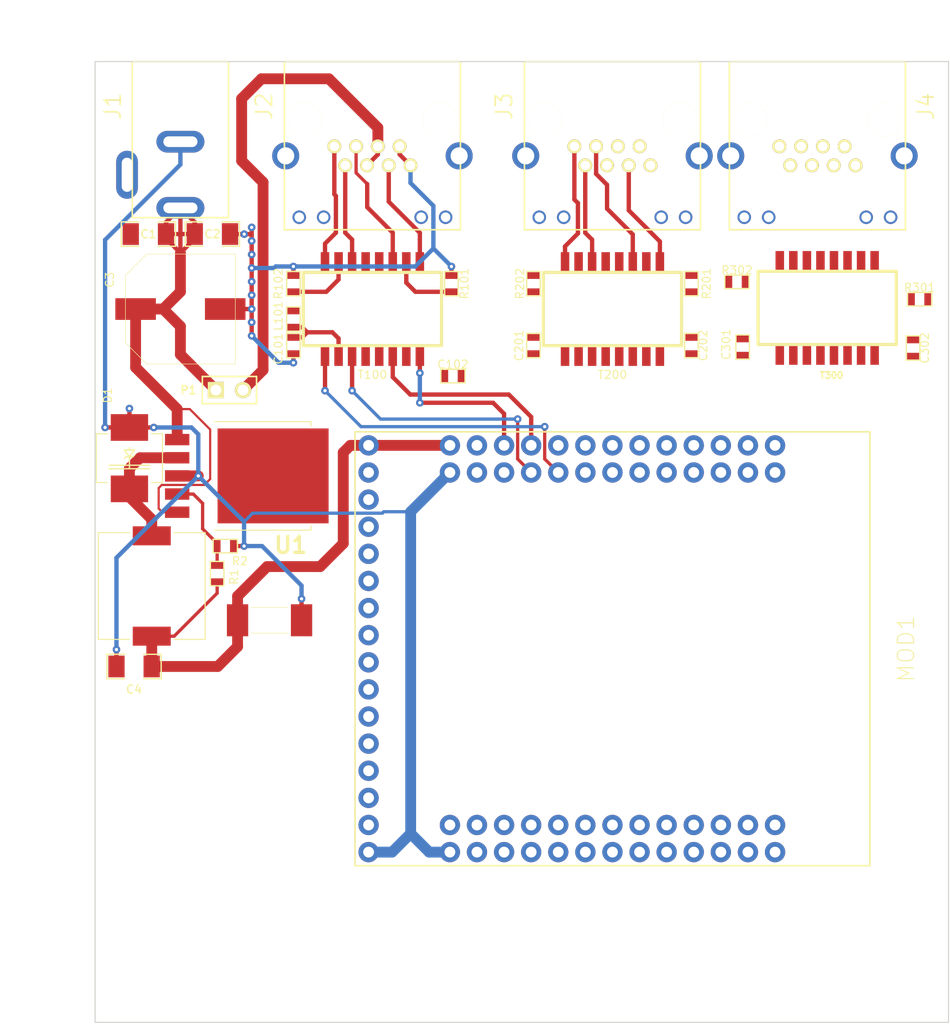
<source format=kicad_pcb>
(kicad_pcb (version 3) (host pcbnew "(2013-mar-13)-stable")

  (general
    (links 80)
    (no_connects 33)
    (area 99.949999 49.949999 180.050001 140.050001)
    (thickness 1.6)
    (drawings 6)
    (tracks 226)
    (zones 0)
    (modules 32)
    (nets 115)
  )

  (page A4)
  (title_block
    (rev 0.1)
  )

  (layers
    (15 F.Cu signal)
    (0 B.Cu signal)
    (16 B.Adhes user)
    (17 F.Adhes user)
    (18 B.Paste user)
    (19 F.Paste user)
    (20 B.SilkS user)
    (21 F.SilkS user)
    (22 B.Mask user)
    (23 F.Mask user)
    (24 Dwgs.User user)
    (25 Cmts.User user)
    (26 Eco1.User user)
    (27 Eco2.User user)
    (28 Edge.Cuts user)
  )

  (setup
    (last_trace_width 0.2032)
    (user_trace_width 0.2032)
    (user_trace_width 0.3048)
    (user_trace_width 0.4064)
    (user_trace_width 1.016)
    (trace_clearance 0.1524)
    (zone_clearance 0.508)
    (zone_45_only no)
    (trace_min 0.2032)
    (segment_width 0.2)
    (edge_width 0.1)
    (via_size 0.889)
    (via_drill 0.635)
    (via_min_size 0.6096)
    (via_min_drill 0.3048)
    (user_via 0.7112 0.3048)
    (uvia_size 0.508)
    (uvia_drill 0.127)
    (uvias_allowed no)
    (uvia_min_size 0.508)
    (uvia_min_drill 0.127)
    (pcb_text_width 0.3)
    (pcb_text_size 1.5 1.5)
    (mod_edge_width 0.15)
    (mod_text_size 1 1)
    (mod_text_width 0.15)
    (pad_size 1.905 1.905)
    (pad_drill 1.016)
    (pad_to_mask_clearance 0)
    (aux_axis_origin 0 0)
    (visible_elements 7FFFFFFF)
    (pcbplotparams
      (layerselection 270565377)
      (usegerberextensions false)
      (excludeedgelayer true)
      (linewidth 0.150000)
      (plotframeref false)
      (viasonmask false)
      (mode 1)
      (useauxorigin false)
      (hpglpennumber 1)
      (hpglpenspeed 20)
      (hpglpendiameter 15)
      (hpglpenoverlay 2)
      (psnegative false)
      (psa4output true)
      (plotreference true)
      (plotvalue true)
      (plotothertext true)
      (plotinvisibletext false)
      (padsonsilk false)
      (subtractmaskfromsilk false)
      (outputformat 2)
      (mirror false)
      (drillshape 0)
      (scaleselection 1)
      (outputdirectory ""))
  )

  (net 0 "")
  (net 1 +1.8V)
  (net 2 +5V)
  (net 3 +Vin)
  (net 4 +Vpoe)
  (net 5 GND)
  (net 6 N-0000010)
  (net 7 N-00000100)
  (net 8 N-00000101)
  (net 9 N-00000102)
  (net 10 N-00000103)
  (net 11 N-00000104)
  (net 12 N-00000105)
  (net 13 N-00000106)
  (net 14 N-00000107)
  (net 15 N-00000109)
  (net 16 N-0000011)
  (net 17 N-00000110)
  (net 18 N-00000111)
  (net 19 N-00000112)
  (net 20 N-00000113)
  (net 21 N-00000115)
  (net 22 N-00000116)
  (net 23 N-00000117)
  (net 24 N-0000012)
  (net 25 N-0000013)
  (net 26 N-0000015)
  (net 27 N-0000016)
  (net 28 N-0000017)
  (net 29 N-0000018)
  (net 30 N-0000019)
  (net 31 N-0000020)
  (net 32 N-0000021)
  (net 33 N-0000022)
  (net 34 N-0000023)
  (net 35 N-0000024)
  (net 36 N-0000025)
  (net 37 N-0000026)
  (net 38 N-000003)
  (net 39 N-0000030)
  (net 40 N-0000032)
  (net 41 N-0000035)
  (net 42 N-0000037)
  (net 43 N-0000039)
  (net 44 N-000004)
  (net 45 N-0000040)
  (net 46 N-0000041)
  (net 47 N-0000042)
  (net 48 N-0000043)
  (net 49 N-0000044)
  (net 50 N-0000045)
  (net 51 N-0000046)
  (net 52 N-0000047)
  (net 53 N-000005)
  (net 54 N-0000051)
  (net 55 N-0000052)
  (net 56 N-0000053)
  (net 57 N-0000054)
  (net 58 N-0000055)
  (net 59 N-0000056)
  (net 60 N-0000057)
  (net 61 N-0000058)
  (net 62 N-0000059)
  (net 63 N-000006)
  (net 64 N-0000061)
  (net 65 N-0000064)
  (net 66 N-0000065)
  (net 67 N-0000066)
  (net 68 N-0000067)
  (net 69 N-0000069)
  (net 70 N-000007)
  (net 71 N-0000070)
  (net 72 N-0000071)
  (net 73 N-0000072)
  (net 74 N-0000073)
  (net 75 N-0000074)
  (net 76 N-0000075)
  (net 77 N-0000076)
  (net 78 N-0000077)
  (net 79 N-0000078)
  (net 80 N-0000079)
  (net 81 N-000008)
  (net 82 N-0000080)
  (net 83 N-0000081)
  (net 84 N-0000082)
  (net 85 N-0000083)
  (net 86 N-0000084)
  (net 87 N-0000085)
  (net 88 N-0000086)
  (net 89 N-0000087)
  (net 90 N-0000088)
  (net 91 N-0000089)
  (net 92 N-000009)
  (net 93 N-0000090)
  (net 94 N-0000091)
  (net 95 N-0000092)
  (net 96 N-0000093)
  (net 97 N-0000094)
  (net 98 N-0000095)
  (net 99 N-0000096)
  (net 100 N-0000097)
  (net 101 N-0000098)
  (net 102 N-0000099)
  (net 103 RX0_N)
  (net 104 RX0_P)
  (net 105 RX3_N)
  (net 106 RX3_P)
  (net 107 RX4_N)
  (net 108 RX4_P)
  (net 109 TX0_N)
  (net 110 TX0_P)
  (net 111 TX3_N)
  (net 112 TX3_P)
  (net 113 TX4_N)
  (net 114 TX4_P)

  (net_class Default "This is the default net class."
    (clearance 0.1524)
    (trace_width 0.2032)
    (via_dia 0.889)
    (via_drill 0.635)
    (uvia_dia 0.508)
    (uvia_drill 0.127)
    (add_net "")
    (add_net +1.8V)
    (add_net +5V)
    (add_net +Vin)
    (add_net +Vpoe)
    (add_net GND)
    (add_net N-0000010)
    (add_net N-00000100)
    (add_net N-00000101)
    (add_net N-00000102)
    (add_net N-00000103)
    (add_net N-00000104)
    (add_net N-00000105)
    (add_net N-00000106)
    (add_net N-00000107)
    (add_net N-00000109)
    (add_net N-0000011)
    (add_net N-00000110)
    (add_net N-00000111)
    (add_net N-00000112)
    (add_net N-00000113)
    (add_net N-00000115)
    (add_net N-00000116)
    (add_net N-00000117)
    (add_net N-0000012)
    (add_net N-0000013)
    (add_net N-0000015)
    (add_net N-0000016)
    (add_net N-0000017)
    (add_net N-0000018)
    (add_net N-0000019)
    (add_net N-0000020)
    (add_net N-0000021)
    (add_net N-0000022)
    (add_net N-0000023)
    (add_net N-0000024)
    (add_net N-0000025)
    (add_net N-0000026)
    (add_net N-000003)
    (add_net N-0000030)
    (add_net N-0000032)
    (add_net N-0000035)
    (add_net N-0000037)
    (add_net N-0000039)
    (add_net N-000004)
    (add_net N-0000040)
    (add_net N-0000041)
    (add_net N-0000042)
    (add_net N-0000043)
    (add_net N-0000044)
    (add_net N-0000045)
    (add_net N-0000046)
    (add_net N-0000047)
    (add_net N-000005)
    (add_net N-0000051)
    (add_net N-0000052)
    (add_net N-0000053)
    (add_net N-0000054)
    (add_net N-0000055)
    (add_net N-0000056)
    (add_net N-0000057)
    (add_net N-0000058)
    (add_net N-0000059)
    (add_net N-000006)
    (add_net N-0000061)
    (add_net N-0000064)
    (add_net N-0000065)
    (add_net N-0000066)
    (add_net N-0000067)
    (add_net N-0000069)
    (add_net N-000007)
    (add_net N-0000070)
    (add_net N-0000071)
    (add_net N-0000072)
    (add_net N-0000073)
    (add_net N-0000074)
    (add_net N-0000075)
    (add_net N-0000076)
    (add_net N-0000077)
    (add_net N-0000078)
    (add_net N-0000079)
    (add_net N-000008)
    (add_net N-0000080)
    (add_net N-0000081)
    (add_net N-0000082)
    (add_net N-0000083)
    (add_net N-0000084)
    (add_net N-0000085)
    (add_net N-0000086)
    (add_net N-0000087)
    (add_net N-0000088)
    (add_net N-0000089)
    (add_net N-000009)
    (add_net N-0000090)
    (add_net N-0000091)
    (add_net N-0000092)
    (add_net N-0000093)
    (add_net N-0000094)
    (add_net N-0000095)
    (add_net N-0000096)
    (add_net N-0000097)
    (add_net N-0000098)
    (add_net N-0000099)
    (add_net RX0_N)
    (add_net RX0_P)
    (add_net RX3_N)
    (add_net RX3_P)
    (add_net RX4_N)
    (add_net RX4_P)
    (add_net TX0_N)
    (add_net TX0_P)
    (add_net TX3_N)
    (add_net TX3_P)
    (add_net TX4_N)
    (add_net TX4_P)
  )

  (module SMD1206 (layer F.Cu) (tedit 42806E24) (tstamp 55781510)
    (at 105 66.16192 180)
    (path /55780817)
    (attr smd)
    (fp_text reference C1 (at 0 0 180) (layer F.SilkS)
      (effects (font (size 0.762 0.762) (thickness 0.127)))
    )
    (fp_text value 10uF (at 0 0 180) (layer F.SilkS) hide
      (effects (font (size 0.762 0.762) (thickness 0.127)))
    )
    (fp_line (start -2.54 -1.143) (end -2.54 1.143) (layer F.SilkS) (width 0.127))
    (fp_line (start -2.54 1.143) (end -0.889 1.143) (layer F.SilkS) (width 0.127))
    (fp_line (start 0.889 -1.143) (end 2.54 -1.143) (layer F.SilkS) (width 0.127))
    (fp_line (start 2.54 -1.143) (end 2.54 1.143) (layer F.SilkS) (width 0.127))
    (fp_line (start 2.54 1.143) (end 0.889 1.143) (layer F.SilkS) (width 0.127))
    (fp_line (start -0.889 -1.143) (end -2.54 -1.143) (layer F.SilkS) (width 0.127))
    (pad 1 smd rect (at -1.651 0 180) (size 1.524 2.032)
      (layers F.Cu F.Paste F.Mask)
      (net 3 +Vin)
    )
    (pad 2 smd rect (at 1.651 0 180) (size 1.524 2.032)
      (layers F.Cu F.Paste F.Mask)
      (net 5 GND)
    )
    (model smd/chip_cms.wrl
      (at (xyz 0 0 0))
      (scale (xyz 0.17 0.16 0.16))
      (rotate (xyz 0 0 0))
    )
  )

  (module SMD1206 (layer F.Cu) (tedit 42806E24) (tstamp 5578151C)
    (at 111 66.15684)
    (path /55780826)
    (attr smd)
    (fp_text reference C2 (at 0 0) (layer F.SilkS)
      (effects (font (size 0.762 0.762) (thickness 0.127)))
    )
    (fp_text value 10uF (at 0 0) (layer F.SilkS) hide
      (effects (font (size 0.762 0.762) (thickness 0.127)))
    )
    (fp_line (start -2.54 -1.143) (end -2.54 1.143) (layer F.SilkS) (width 0.127))
    (fp_line (start -2.54 1.143) (end -0.889 1.143) (layer F.SilkS) (width 0.127))
    (fp_line (start 0.889 -1.143) (end 2.54 -1.143) (layer F.SilkS) (width 0.127))
    (fp_line (start 2.54 -1.143) (end 2.54 1.143) (layer F.SilkS) (width 0.127))
    (fp_line (start 2.54 1.143) (end 0.889 1.143) (layer F.SilkS) (width 0.127))
    (fp_line (start -0.889 -1.143) (end -2.54 -1.143) (layer F.SilkS) (width 0.127))
    (pad 1 smd rect (at -1.651 0) (size 1.524 2.032)
      (layers F.Cu F.Paste F.Mask)
      (net 3 +Vin)
    )
    (pad 2 smd rect (at 1.651 0) (size 1.524 2.032)
      (layers F.Cu F.Paste F.Mask)
      (net 5 GND)
    )
    (model smd/chip_cms.wrl
      (at (xyz 0 0 0))
      (scale (xyz 0.17 0.16 0.16))
      (rotate (xyz 0 0 0))
    )
  )

  (module C_EEE_G (layer F.Cu) (tedit 5578473E) (tstamp 55781528)
    (at 108 73.18248 270)
    (path /5578086D)
    (fp_text reference C3 (at -2.73812 6.61844 270) (layer F.SilkS)
      (effects (font (size 0.762 0.762) (thickness 0.1016)))
    )
    (fp_text value 33uF (at 0 0 360) (layer F.SilkS) hide
      (effects (font (size 0.508 0.508) (thickness 0.127)))
    )
    (fp_line (start -5.15112 -5.15112) (end -5.15112 3.15468) (layer F.SilkS) (width 0.0508))
    (fp_line (start -5.15112 3.15468) (end -3.15468 5.15112) (layer F.SilkS) (width 0.0508))
    (fp_line (start -3.15468 5.15112) (end 3.15468 5.15112) (layer F.SilkS) (width 0.0508))
    (fp_line (start 3.15468 5.15112) (end 5.15112 3.15468) (layer F.SilkS) (width 0.0508))
    (fp_line (start 5.15112 3.15468) (end 5.15112 -5.15112) (layer F.SilkS) (width 0.0508))
    (fp_line (start -5.15112 -5.15112) (end 5.15112 -5.15112) (layer F.SilkS) (width 0.0508))
    (pad 1 smd rect (at 0 4.2 270) (size 2.032 3.8)
      (layers F.Cu F.Paste F.Mask)
      (net 3 +Vin)
    )
    (pad 2 smd rect (at 0 -4.2 270) (size 2.032 3.8)
      (layers F.Cu F.Paste F.Mask)
      (net 5 GND)
    )
  )

  (module SMD1206 (layer F.Cu) (tedit 55785686) (tstamp 55781534)
    (at 103.6574 106.66476 180)
    (path /55780DD0)
    (attr smd)
    (fp_text reference C4 (at 0 -2.14884 180) (layer F.SilkS)
      (effects (font (size 0.762 0.762) (thickness 0.127)))
    )
    (fp_text value C (at 0 0 180) (layer F.SilkS) hide
      (effects (font (size 0.762 0.762) (thickness 0.127)))
    )
    (fp_line (start -2.54 -1.143) (end -2.54 1.143) (layer F.SilkS) (width 0.127))
    (fp_line (start -2.54 1.143) (end -0.889 1.143) (layer F.SilkS) (width 0.127))
    (fp_line (start 0.889 -1.143) (end 2.54 -1.143) (layer F.SilkS) (width 0.127))
    (fp_line (start 2.54 -1.143) (end 2.54 1.143) (layer F.SilkS) (width 0.127))
    (fp_line (start 2.54 1.143) (end 0.889 1.143) (layer F.SilkS) (width 0.127))
    (fp_line (start -0.889 -1.143) (end -2.54 -1.143) (layer F.SilkS) (width 0.127))
    (pad 1 smd rect (at -1.651 0 180) (size 1.524 2.032)
      (layers F.Cu F.Paste F.Mask)
      (net 2 +5V)
    )
    (pad 2 smd rect (at 1.651 0 180) (size 1.524 2.032)
      (layers F.Cu F.Paste F.Mask)
      (net 5 GND)
    )
    (model smd/chip_cms.wrl
      (at (xyz 0 0 0))
      (scale (xyz 0.17 0.16 0.16))
      (rotate (xyz 0 0 0))
    )
  )

  (module DO214AB (layer F.Cu) (tedit 55784890) (tstamp 55781552)
    (at 103.22052 87.15248 270)
    (descr "DO214AC PACKAGE. MONODIRECTIONAL.")
    (tags "DO214AC PACKAGE. MONODIRECTIONAL.")
    (path /55780987)
    (attr smd)
    (fp_text reference D1 (at -5.87756 2.032 270) (layer F.SilkS)
      (effects (font (size 0.762 0.762) (thickness 0.1016)))
    )
    (fp_text value B560 (at 0 2.6162 270) (layer F.SilkS) hide
      (effects (font (size 0.508 0.508) (thickness 0.0889)))
    )
    (fp_line (start -2.286 3.0988) (end -2.286 2.0574) (layer F.SilkS) (width 0.1016))
    (fp_line (start -2.286 3.0988) (end 2.286 3.0988) (layer F.SilkS) (width 0.1016))
    (fp_line (start 2.286 3.0988) (end 2.286 2.0574) (layer F.SilkS) (width 0.1016))
    (fp_line (start 2.286 -3.0988) (end 2.286 -2.0574) (layer F.SilkS) (width 0.1016))
    (fp_line (start -2.286 -3.0988) (end -2.286 -2.0574) (layer F.SilkS) (width 0.1016))
    (fp_line (start -2.286 -3.0988) (end 2.286 -3.0988) (layer F.SilkS) (width 0.1016))
    (fp_line (start -0.762 0) (end -0.9652 0) (layer F.SilkS) (width 0.127))
    (fp_line (start 0.6604 1.905) (end 0.6604 -1.905) (layer F.SilkS) (width 0.127))
    (fp_line (start 0.9906 1.905) (end 0.9906 -1.905) (layer F.SilkS) (width 0.127))
    (fp_line (start -0.127 0) (end -0.762 -0.47498) (layer F.SilkS) (width 0.127))
    (fp_line (start -0.762 -0.47498) (end -0.762 0) (layer F.SilkS) (width 0.127))
    (fp_line (start -0.762 0) (end -0.762 0.47498) (layer F.SilkS) (width 0.127))
    (fp_line (start -0.762 0.47498) (end -0.127 0) (layer F.SilkS) (width 0.127))
    (fp_line (start -0.127 0) (end -0.127 -0.3175) (layer F.SilkS) (width 0.127))
    (fp_line (start -0.127 -0.3175) (end -0.28448 -0.47498) (layer F.SilkS) (width 0.127))
    (fp_line (start -0.127 0) (end -0.127 0.3175) (layer F.SilkS) (width 0.127))
    (fp_line (start -0.127 0.3175) (end 0.03048 0.47498) (layer F.SilkS) (width 0.127))
    (fp_line (start -0.127 0) (end 0.98298 0) (layer F.SilkS) (width 0.127))
    (pad 1 smd rect (at -2.87528 0 270) (size 2.49936 3.50012)
      (layers F.Cu F.Paste F.Mask)
      (net 5 GND)
    )
    (pad 2 smd rect (at 2.87528 0 270) (size 2.49936 3.50012)
      (layers F.Cu F.Paste F.Mask)
      (net 71 N-0000070)
    )
    (model smd/do214.wrl
      (at (xyz 0 0 0))
      (scale (xyz 1 1 1))
      (rotate (xyz 0 0 0))
    )
  )

  (module CONN_DC-10   locked (layer F.Cu) (tedit 55783A12) (tstamp 5578155D)
    (at 108 57.5056 90)
    (path /55781234)
    (fp_text reference J1 (at 3.31216 -6.33396 90) (layer F.SilkS)
      (effects (font (thickness 0.1524)))
    )
    (fp_text value CONN_DC10A-2.1 (at 4.826 0 180) (layer F.SilkS) hide
      (effects (font (size 0.508 0.508) (thickness 0.0762)))
    )
    (fp_line (start -7.112 -4.5085) (end -7.112 4.5085) (layer F.SilkS) (width 0.15))
    (fp_line (start 7.5057 4.5085) (end 7.5057 -4.5085) (layer F.SilkS) (width 0.15))
    (fp_line (start 7.5057 4.5085) (end -7.112 4.5085) (layer F.SilkS) (width 0.15))
    (fp_line (start 7.5057 -4.5085) (end -7.112 -4.5085) (layer F.SilkS) (width 0.15))
    (pad 3 thru_hole oval (at -3.1 -5.00126 90) (size 4.5 2.032) (drill oval 3.2 1)
      (layers *.Cu *.Paste *.Mask)
      (net 99 N-0000096)
    )
    (pad 2 thru_hole oval (at -6.2 0 180) (size 4.5 2.032) (drill oval 3.2 1)
      (layers *.Cu *.Paste *.Mask)
      (net 3 +Vin)
    )
    (pad 1 thru_hole oval (at 0 0 180) (size 4.5 2.032) (drill oval 3.2 1)
      (layers *.Cu *.Paste *.Mask)
      (net 5 GND)
    )
    (model conn_FC68148.wrl
      (at (xyz 0 0 0))
      (scale (xyz 1 1 1))
      (rotate (xyz 0 0 0))
    )
  )

  (module I_MSS1048 (layer F.Cu) (tedit 53F5842F) (tstamp 55781569)
    (at 105.31348 99.12604 180)
    (path /5578097A)
    (fp_text reference L1 (at -0.0762 -0.635 180) (layer F.SilkS) hide
      (effects (font (size 0.762 0.762) (thickness 0.1016)))
    )
    (fp_text value 47uH (at 0 0 180) (layer F.SilkS) hide
      (effects (font (size 0.20066 0.20066) (thickness 0.0508)))
    )
    (fp_line (start 5.0038 -5.0038) (end 2.0828 -5.0038) (layer F.SilkS) (width 0.1016))
    (fp_line (start 5.0038 -5.0038) (end 5.0038 5.0038) (layer F.SilkS) (width 0.1016))
    (fp_line (start 5.0038 5.0038) (end 2.0828 5.0038) (layer F.SilkS) (width 0.1016))
    (fp_line (start -5.0038 -5.0038) (end -2.0828 -5.0038) (layer F.SilkS) (width 0.1016))
    (fp_line (start -5.0038 -5.0038) (end -5.0038 5.0038) (layer F.SilkS) (width 0.1016))
    (fp_line (start -5.0038 5.0038) (end -2.0828 5.0038) (layer F.SilkS) (width 0.1016))
    (pad 1 smd rect (at 0 4.699 180) (size 3.56108 1.78054)
      (layers F.Cu F.Paste F.Mask)
      (net 71 N-0000070)
    )
    (pad 2 smd rect (at 0 -4.699 180) (size 3.56108 1.78054)
      (layers F.Cu F.Paste F.Mask)
      (net 2 +5V)
    )
  )

  (module SMD0603 (layer F.Cu) (tedit 55784B00) (tstamp 55781595)
    (at 111.44504 97.9678 90)
    (path /557809CB)
    (attr smd)
    (fp_text reference R1 (at -0.3048 1.57988 90) (layer F.SilkS)
      (effects (font (size 0.762 0.762) (thickness 0.1016)))
    )
    (fp_text value R (at 0 0 90) (layer F.SilkS) hide
      (effects (font (size 0.20066 0.20066) (thickness 0.0508)))
    )
    (fp_line (start -1.143 -0.635) (end 1.143 -0.635) (layer F.SilkS) (width 0.127))
    (fp_line (start 1.143 -0.635) (end 1.143 0.635) (layer F.SilkS) (width 0.127))
    (fp_line (start 1.143 0.635) (end -1.143 0.635) (layer F.SilkS) (width 0.127))
    (fp_line (start -1.143 0.635) (end -1.143 -0.635) (layer F.SilkS) (width 0.127))
    (pad 1 smd rect (at -0.762 0 90) (size 0.635 1.143)
      (layers F.Cu F.Paste F.Mask)
      (net 2 +5V)
    )
    (pad 2 smd rect (at 0.762 0 90) (size 0.635 1.143)
      (layers F.Cu F.Paste F.Mask)
      (net 69 N-0000069)
    )
    (model smd/chip_cms.wrl
      (at (xyz 0 0 0))
      (scale (xyz 0.08 0.08 0.08))
      (rotate (xyz 0 0 0))
    )
  )

  (module SMD0603 (layer F.Cu) (tedit 55784B17) (tstamp 5578159F)
    (at 112.20704 95.38716)
    (path /55780A08)
    (attr smd)
    (fp_text reference R2 (at 1.36144 1.41224) (layer F.SilkS)
      (effects (font (size 0.762 0.762) (thickness 0.1016)))
    )
    (fp_text value R (at 0 0) (layer F.SilkS) hide
      (effects (font (size 0.20066 0.20066) (thickness 0.0508)))
    )
    (fp_line (start -1.143 -0.635) (end 1.143 -0.635) (layer F.SilkS) (width 0.127))
    (fp_line (start 1.143 -0.635) (end 1.143 0.635) (layer F.SilkS) (width 0.127))
    (fp_line (start 1.143 0.635) (end -1.143 0.635) (layer F.SilkS) (width 0.127))
    (fp_line (start -1.143 0.635) (end -1.143 -0.635) (layer F.SilkS) (width 0.127))
    (pad 1 smd rect (at -0.762 0) (size 0.635 1.143)
      (layers F.Cu F.Paste F.Mask)
      (net 69 N-0000069)
    )
    (pad 2 smd rect (at 0.762 0) (size 0.635 1.143)
      (layers F.Cu F.Paste F.Mask)
      (net 5 GND)
    )
    (model smd/chip_cms.wrl
      (at (xyz 0 0 0))
      (scale (xyz 0.08 0.08 0.08))
      (rotate (xyz 0 0 0))
    )
  )

  (module SMD_DPAK (layer F.Cu) (tedit 55784AE2) (tstamp 557815AD)
    (at 114.1476 88.81364 180)
    (path /5578089F)
    (fp_text reference U1 (at -4.20116 -6.477 180) (layer F.SilkS)
      (effects (font (thickness 0.3048)))
    )
    (fp_text value LM2596 (at 3.175 0 270) (layer F.SilkS) hide
      (effects (font (size 0.20066 0.20066) (thickness 0.0508)))
    )
    (fp_line (start 2.921 -5.08) (end -6.096 -5.08) (layer F.SilkS) (width 0.1016))
    (fp_line (start -6.096 -5.08) (end -6.096 -4.699) (layer F.SilkS) (width 0.1016))
    (fp_line (start 2.921 5.08) (end -6.096 5.08) (layer F.SilkS) (width 0.1016))
    (fp_line (start -6.096 5.08) (end -6.096 4.699) (layer F.SilkS) (width 0.1016))
    (pad 3 smd rect (at 6.44906 0 180) (size 2.286 1.0668)
      (layers F.Cu F.Paste F.Mask)
      (net 5 GND)
    )
    (pad 4 smd rect (at 6.44906 -1.69926 180) (size 2.286 1.0668)
      (layers F.Cu F.Paste F.Mask)
      (net 69 N-0000069)
    )
    (pad 5 smd rect (at 6.44906 -3.40106 180) (size 2.286 1.0668)
      (layers F.Cu F.Paste F.Mask)
      (net 3 +Vin)
    )
    (pad 2 smd rect (at 6.44906 1.69926 180) (size 2.286 1.0668)
      (layers F.Cu F.Paste F.Mask)
      (net 71 N-0000070)
    )
    (pad 1 smd rect (at 6.44906 3.40106 180) (size 2.286 1.0668)
      (layers F.Cu F.Paste F.Mask)
      (net 3 +Vin)
    )
    (pad pad smd rect (at -2.54 0 180) (size 10.40892 8.89)
      (layers F.Cu F.Paste F.Mask)
    )
  )

  (module CONN_AJT34L-881x (layer F.Cu) (tedit 5578537D) (tstamp 557816CF)
    (at 126 57.94248 180)
    (path /55781681)
    (fp_text reference J2 (at 10.16 3.74904 270) (layer F.SilkS)
      (effects (font (thickness 0.1524)))
    )
    (fp_text value CONN_RJ45-L (at 0 6.26364 180) (layer F.SilkS) hide
      (effects (font (size 1.00076 1.00076) (thickness 0.1524)))
    )
    (fp_line (start -8.25 7.94) (end -8.25 -7.81) (layer F.SilkS) (width 0.1524))
    (fp_line (start -8.25 7.94) (end 8.25 7.94) (layer F.SilkS) (width 0.1524))
    (fp_line (start 8.25 -7.81) (end 8.25 7.94) (layer F.SilkS) (width 0.1524))
    (fp_line (start -8.25 -7.81) (end 8.25 -7.81) (layer F.SilkS) (width 0.1524))
    (pad 3 thru_hole circle (at 1.53 0 180) (size 1.3 1.3) (drill 0.89916)
      (layers *.Cu *.Mask F.SilkS)
      (net 101 N-0000098)
    )
    (pad 6 thru_hole circle (at -1.53 -1.78 180) (size 1.3 1.3) (drill 0.89916)
      (layers *.Cu *.Mask F.SilkS)
      (net 8 N-00000101)
    )
    (pad 4 thru_hole circle (at 0.51 -1.78 180) (size 1.3 1.3) (drill 0.89916)
      (layers *.Cu *.Mask F.SilkS)
      (net 4 +Vpoe)
    )
    (pad 1 thru_hole circle (at 3.57 0 180) (size 1.3 1.3) (drill 0.89916)
      (layers *.Cu *.Mask F.SilkS)
      (net 9 N-00000102)
    )
    (pad 2 thru_hole circle (at 2.55 -1.78 180) (size 1.3 1.3) (drill 0.89916)
      (layers *.Cu *.Mask F.SilkS)
      (net 10 N-00000103)
    )
    (pad 5 thru_hole circle (at -0.51 0 180) (size 1.3 1.3) (drill 0.89916)
      (layers *.Cu *.Mask F.SilkS)
      (net 4 +Vpoe)
    )
    (pad 8 thru_hole circle (at -3.57 -1.78 180) (size 1.3 1.3) (drill 0.89916)
      (layers *.Cu *.Mask F.SilkS)
      (net 5 GND)
    )
    (pad 7 thru_hole circle (at -2.55 0 180) (size 1.3 1.3) (drill 0.89916)
      (layers *.Cu *.Mask F.SilkS)
      (net 5 GND)
    )
    (pad "" np_thru_hole circle (at -6.35 2.54 180) (size 3.2 3.2) (drill 3.2)
      (layers *.Cu *.Mask F.SilkS)
    )
    (pad "" np_thru_hole circle (at 6.35 2.54 180) (size 3.2 3.2) (drill 3.2)
      (layers *.Cu *.Mask F.SilkS)
    )
    (pad "" thru_hole circle (at -8.13 -0.89 180) (size 2.54 2.54) (drill 1.6)
      (layers *.Cu *.Mask)
    )
    (pad "" thru_hole circle (at 8.13 -0.89 180) (size 2.54 2.54) (drill 1.6)
      (layers *.Cu *.Mask)
    )
    (pad A1 thru_hole circle (at -6.86 -6.64 180) (size 1.27 1.27) (drill 0.9)
      (layers *.Cu *.Mask)
      (net 14 N-00000107)
    )
    (pad A2 thru_hole circle (at -4.57 -6.64 180) (size 1.27 1.27) (drill 0.9)
      (layers *.Cu *.Mask)
      (net 12 N-00000105)
    )
    (pad B1 thru_hole circle (at 4.57 -6.64 180) (size 1.27 1.27) (drill 0.9)
      (layers *.Cu *.Mask)
      (net 13 N-00000106)
    )
    (pad B2 thru_hole circle (at 6.86 -6.64 180) (size 1.27 1.27) (drill 0.9)
      (layers *.Cu *.Mask)
      (net 11 N-00000104)
    )
  )

  (module CONN_AJT34L-881x   locked (layer F.Cu) (tedit 55785383) (tstamp 557816E7)
    (at 148.5 57.94248 180)
    (path /55781690)
    (fp_text reference J3 (at 10.16 3.74904 270) (layer F.SilkS)
      (effects (font (thickness 0.1524)))
    )
    (fp_text value CONN_RJ45-L (at 0 6.26364 180) (layer F.SilkS) hide
      (effects (font (size 1.00076 1.00076) (thickness 0.1524)))
    )
    (fp_line (start -8.25 7.94) (end -8.25 -7.81) (layer F.SilkS) (width 0.1524))
    (fp_line (start -8.25 7.94) (end 8.25 7.94) (layer F.SilkS) (width 0.1524))
    (fp_line (start 8.25 -7.81) (end 8.25 7.94) (layer F.SilkS) (width 0.1524))
    (fp_line (start -8.25 -7.81) (end 8.25 -7.81) (layer F.SilkS) (width 0.1524))
    (pad 3 thru_hole circle (at 1.53 0 180) (size 1.3 1.3) (drill 0.89916)
      (layers *.Cu *.Mask F.SilkS)
      (net 31 N-0000020)
    )
    (pad 6 thru_hole circle (at -1.53 -1.78 180) (size 1.3 1.3) (drill 0.89916)
      (layers *.Cu *.Mask F.SilkS)
      (net 30 N-0000019)
    )
    (pad 4 thru_hole circle (at 0.51 -1.78 180) (size 1.3 1.3) (drill 0.89916)
      (layers *.Cu *.Mask F.SilkS)
      (net 15 N-00000109)
    )
    (pad 1 thru_hole circle (at 3.57 0 180) (size 1.3 1.3) (drill 0.89916)
      (layers *.Cu *.Mask F.SilkS)
      (net 32 N-0000021)
    )
    (pad 2 thru_hole circle (at 2.55 -1.78 180) (size 1.3 1.3) (drill 0.89916)
      (layers *.Cu *.Mask F.SilkS)
      (net 26 N-0000015)
    )
    (pad 5 thru_hole circle (at -0.51 0 180) (size 1.3 1.3) (drill 0.89916)
      (layers *.Cu *.Mask F.SilkS)
      (net 23 N-00000117)
    )
    (pad 8 thru_hole circle (at -3.57 -1.78 180) (size 1.3 1.3) (drill 0.89916)
      (layers *.Cu *.Mask F.SilkS)
      (net 21 N-00000115)
    )
    (pad 7 thru_hole circle (at -2.55 0 180) (size 1.3 1.3) (drill 0.89916)
      (layers *.Cu *.Mask F.SilkS)
      (net 22 N-00000116)
    )
    (pad "" np_thru_hole circle (at -6.35 2.54 180) (size 3.2 3.2) (drill 3.2)
      (layers *.Cu *.Mask F.SilkS)
    )
    (pad "" np_thru_hole circle (at 6.35 2.54 180) (size 3.2 3.2) (drill 3.2)
      (layers *.Cu *.Mask F.SilkS)
    )
    (pad "" thru_hole circle (at -8.13 -0.89 180) (size 2.54 2.54) (drill 1.6)
      (layers *.Cu *.Mask)
    )
    (pad "" thru_hole circle (at 8.13 -0.89 180) (size 2.54 2.54) (drill 1.6)
      (layers *.Cu *.Mask)
    )
    (pad A1 thru_hole circle (at -6.86 -6.64 180) (size 1.27 1.27) (drill 0.9)
      (layers *.Cu *.Mask)
      (net 20 N-00000113)
    )
    (pad A2 thru_hole circle (at -4.57 -6.64 180) (size 1.27 1.27) (drill 0.9)
      (layers *.Cu *.Mask)
      (net 18 N-00000111)
    )
    (pad B1 thru_hole circle (at 4.57 -6.64 180) (size 1.27 1.27) (drill 0.9)
      (layers *.Cu *.Mask)
      (net 19 N-00000112)
    )
    (pad B2 thru_hole circle (at 6.86 -6.64 180) (size 1.27 1.27) (drill 0.9)
      (layers *.Cu *.Mask)
      (net 17 N-00000110)
    )
  )

  (module TR_W749013011 (layer F.Cu) (tedit 55785586) (tstamp 557830F5)
    (at 126 73.18248 90)
    (path /5578307C)
    (fp_text reference T100 (at -6.15696 0 180) (layer F.SilkS)
      (effects (font (size 0.762 0.762) (thickness 0.1016)))
    )
    (fp_text value TRANSFORMER_1:1 (at 0 0 180) (layer F.SilkS) hide
      (effects (font (size 0.508 0.508) (thickness 0.127)))
    )
    (fp_line (start -3.429 -6.477) (end 3.429 -6.477) (layer F.SilkS) (width 0.3048))
    (fp_line (start 3.429 -6.477) (end 3.429 6.477) (layer F.SilkS) (width 0.3048))
    (fp_line (start 3.429 6.477) (end -3.429 6.477) (layer F.SilkS) (width 0.3048))
    (fp_line (start -3.429 6.477) (end -3.429 -6.477) (layer F.SilkS) (width 0.3048))
    (fp_line (start -3.429 -6.477) (end -3.429 -6.4516) (layer F.SilkS) (width 0.3048))
    (pad 4 smd rect (at -4.37896 -0.635 90) (size 1.89992 0.8001)
      (layers F.Cu F.Paste F.Mask)
    )
    (pad 5 smd rect (at -4.37896 0.635 90) (size 1.89992 0.8001)
      (layers F.Cu F.Paste F.Mask)
    )
    (pad 6 smd rect (at -4.37896 1.905 90) (size 1.89992 0.8001)
      (layers F.Cu F.Paste F.Mask)
      (net 108 RX4_P)
    )
    (pad 3 smd rect (at -4.37896 -1.905 90) (size 1.89992 0.8001)
      (layers F.Cu F.Paste F.Mask)
      (net 113 TX4_N)
    )
    (pad 7 smd rect (at -4.37896 3.175 90) (size 1.89992 0.8001)
      (layers F.Cu F.Paste F.Mask)
      (net 40 N-0000032)
    )
    (pad 2 smd rect (at -4.37896 -3.175 90) (size 1.89992 0.8001)
      (layers F.Cu F.Paste F.Mask)
      (net 39 N-0000030)
    )
    (pad 1 smd rect (at -4.37896 -4.445 90) (size 1.89992 0.8001)
      (layers F.Cu F.Paste F.Mask)
      (net 114 TX4_P)
    )
    (pad 8 smd rect (at -4.37896 4.445 90) (size 1.89992 0.8001)
      (layers F.Cu F.Paste F.Mask)
      (net 107 RX4_N)
    )
    (pad 16 smd rect (at 4.37896 -4.445 90) (size 1.89992 0.8001)
      (layers F.Cu F.Paste F.Mask)
      (net 9 N-00000102)
    )
    (pad 9 smd rect (at 4.37896 4.445 90) (size 1.89992 0.8001)
      (layers F.Cu F.Paste F.Mask)
      (net 8 N-00000101)
    )
    (pad 10 smd rect (at 4.37896 3.175 90) (size 1.89992 0.8001)
      (layers F.Cu F.Paste F.Mask)
      (net 102 N-0000099)
    )
    (pad 11 smd rect (at 4.37896 1.905 90) (size 1.89992 0.8001)
      (layers F.Cu F.Paste F.Mask)
      (net 101 N-0000098)
    )
    (pad 12 smd rect (at 4.37896 0.635 90) (size 1.89992 0.8001)
      (layers F.Cu F.Paste F.Mask)
    )
    (pad 13 smd rect (at 4.37896 -0.635 90) (size 1.89992 0.8001)
      (layers F.Cu F.Paste F.Mask)
    )
    (pad 14 smd rect (at 4.37896 -1.905 90) (size 1.89992 0.8001)
      (layers F.Cu F.Paste F.Mask)
      (net 10 N-00000103)
    )
    (pad 15 smd rect (at 4.37896 -3.175 90) (size 1.89992 0.8001)
      (layers F.Cu F.Paste F.Mask)
      (net 7 N-00000100)
    )
  )

  (module SMD0603 (layer F.Cu) (tedit 55783F4D) (tstamp 5578383A)
    (at 118.5926 76.60132 270)
    (path /55783B35)
    (attr smd)
    (fp_text reference C101 (at 0.29464 1.40716 270) (layer F.SilkS)
      (effects (font (size 0.762 0.762) (thickness 0.1016)))
    )
    (fp_text value 100nF (at 0 0 270) (layer F.SilkS) hide
      (effects (font (size 0.20066 0.20066) (thickness 0.0508)))
    )
    (fp_line (start -1.143 -0.635) (end 1.143 -0.635) (layer F.SilkS) (width 0.127))
    (fp_line (start 1.143 -0.635) (end 1.143 0.635) (layer F.SilkS) (width 0.127))
    (fp_line (start 1.143 0.635) (end -1.143 0.635) (layer F.SilkS) (width 0.127))
    (fp_line (start -1.143 0.635) (end -1.143 -0.635) (layer F.SilkS) (width 0.127))
    (pad 1 smd rect (at -0.762 0 270) (size 0.635 1.143)
      (layers F.Cu F.Paste F.Mask)
      (net 39 N-0000030)
    )
    (pad 2 smd rect (at 0.762 0 270) (size 0.635 1.143)
      (layers F.Cu F.Paste F.Mask)
      (net 5 GND)
    )
    (model smd/chip_cms.wrl
      (at (xyz 0 0 0))
      (scale (xyz 0.08 0.08 0.08))
      (rotate (xyz 0 0 0))
    )
  )

  (module SMD0603 (layer F.Cu) (tedit 55097736) (tstamp 55783844)
    (at 133.54812 79.46136)
    (path /55783A80)
    (attr smd)
    (fp_text reference C102 (at 0 -1.0922) (layer F.SilkS)
      (effects (font (size 0.762 0.762) (thickness 0.1016)))
    )
    (fp_text value 100nF (at 0 0) (layer F.SilkS) hide
      (effects (font (size 0.20066 0.20066) (thickness 0.0508)))
    )
    (fp_line (start -1.143 -0.635) (end 1.143 -0.635) (layer F.SilkS) (width 0.127))
    (fp_line (start 1.143 -0.635) (end 1.143 0.635) (layer F.SilkS) (width 0.127))
    (fp_line (start 1.143 0.635) (end -1.143 0.635) (layer F.SilkS) (width 0.127))
    (fp_line (start -1.143 0.635) (end -1.143 -0.635) (layer F.SilkS) (width 0.127))
    (pad 1 smd rect (at -0.762 0) (size 0.635 1.143)
      (layers F.Cu F.Paste F.Mask)
      (net 40 N-0000032)
    )
    (pad 2 smd rect (at 0.762 0) (size 0.635 1.143)
      (layers F.Cu F.Paste F.Mask)
      (net 5 GND)
    )
    (model smd/chip_cms.wrl
      (at (xyz 0 0 0))
      (scale (xyz 0.08 0.08 0.08))
      (rotate (xyz 0 0 0))
    )
  )

  (module SMD0603 (layer F.Cu) (tedit 55783F53) (tstamp 5578384E)
    (at 118.5926 74.12228 270)
    (path /55783821)
    (attr smd)
    (fp_text reference L101 (at -0.28956 1.40716 270) (layer F.SilkS)
      (effects (font (size 0.762 0.762) (thickness 0.1016)))
    )
    (fp_text value FB100 (at 0 0 270) (layer F.SilkS) hide
      (effects (font (size 0.20066 0.20066) (thickness 0.0508)))
    )
    (fp_line (start -1.143 -0.635) (end 1.143 -0.635) (layer F.SilkS) (width 0.127))
    (fp_line (start 1.143 -0.635) (end 1.143 0.635) (layer F.SilkS) (width 0.127))
    (fp_line (start 1.143 0.635) (end -1.143 0.635) (layer F.SilkS) (width 0.127))
    (fp_line (start -1.143 0.635) (end -1.143 -0.635) (layer F.SilkS) (width 0.127))
    (pad 1 smd rect (at -0.762 0 270) (size 0.635 1.143)
      (layers F.Cu F.Paste F.Mask)
      (net 1 +1.8V)
    )
    (pad 2 smd rect (at 0.762 0 270) (size 0.635 1.143)
      (layers F.Cu F.Paste F.Mask)
      (net 39 N-0000030)
    )
    (model smd/chip_cms.wrl
      (at (xyz 0 0 0))
      (scale (xyz 0.08 0.08 0.08))
      (rotate (xyz 0 0 0))
    )
  )

  (module SMD0603 (layer F.Cu) (tedit 55783E50) (tstamp 55783858)
    (at 133.40588 70.80504 270)
    (path /55783478)
    (attr smd)
    (fp_text reference R101 (at 0 -1.20904 270) (layer F.SilkS)
      (effects (font (size 0.762 0.762) (thickness 0.1016)))
    )
    (fp_text value 75 (at 0 0 270) (layer F.SilkS) hide
      (effects (font (size 0.20066 0.20066) (thickness 0.0508)))
    )
    (fp_line (start -1.143 -0.635) (end 1.143 -0.635) (layer F.SilkS) (width 0.127))
    (fp_line (start 1.143 -0.635) (end 1.143 0.635) (layer F.SilkS) (width 0.127))
    (fp_line (start 1.143 0.635) (end -1.143 0.635) (layer F.SilkS) (width 0.127))
    (fp_line (start -1.143 0.635) (end -1.143 -0.635) (layer F.SilkS) (width 0.127))
    (pad 1 smd rect (at -0.762 0 270) (size 0.635 1.143)
      (layers F.Cu F.Paste F.Mask)
      (net 5 GND)
    )
    (pad 2 smd rect (at 0.762 0 270) (size 0.635 1.143)
      (layers F.Cu F.Paste F.Mask)
      (net 102 N-0000099)
    )
    (model smd/chip_cms.wrl
      (at (xyz 0 0 0))
      (scale (xyz 0.08 0.08 0.08))
      (rotate (xyz 0 0 0))
    )
  )

  (module SMD0603 (layer F.Cu) (tedit 557854F4) (tstamp 55783862)
    (at 118.5926 70.80504 90)
    (path /55783469)
    (attr smd)
    (fp_text reference R102 (at 0 -1.40716 90) (layer F.SilkS)
      (effects (font (size 0.762 0.762) (thickness 0.1016)))
    )
    (fp_text value 75 (at 0 0 90) (layer F.SilkS) hide
      (effects (font (size 0.20066 0.20066) (thickness 0.0508)))
    )
    (fp_line (start -1.143 -0.635) (end 1.143 -0.635) (layer F.SilkS) (width 0.127))
    (fp_line (start 1.143 -0.635) (end 1.143 0.635) (layer F.SilkS) (width 0.127))
    (fp_line (start 1.143 0.635) (end -1.143 0.635) (layer F.SilkS) (width 0.127))
    (fp_line (start -1.143 0.635) (end -1.143 -0.635) (layer F.SilkS) (width 0.127))
    (pad 1 smd rect (at -0.762 0 90) (size 0.635 1.143)
      (layers F.Cu F.Paste F.Mask)
      (net 7 N-00000100)
    )
    (pad 2 smd rect (at 0.762 0 90) (size 0.635 1.143)
      (layers F.Cu F.Paste F.Mask)
      (net 5 GND)
    )
    (model smd/chip_cms.wrl
      (at (xyz 0 0 0))
      (scale (xyz 0.08 0.08 0.08))
      (rotate (xyz 0 0 0))
    )
  )

  (module CONN_AJT34L-881x   locked (layer F.Cu) (tedit 557853A4) (tstamp 55783BC2)
    (at 167.7162 57.94248 180)
    (path /55783FC9)
    (fp_text reference J4 (at -10.16 3.74904 270) (layer F.SilkS)
      (effects (font (thickness 0.1524)))
    )
    (fp_text value CONN_RJ45-L (at 0 6.26364 180) (layer F.SilkS) hide
      (effects (font (size 1.00076 1.00076) (thickness 0.1524)))
    )
    (fp_line (start -8.25 7.94) (end -8.25 -7.81) (layer F.SilkS) (width 0.1524))
    (fp_line (start -8.25 7.94) (end 8.25 7.94) (layer F.SilkS) (width 0.1524))
    (fp_line (start 8.25 -7.81) (end 8.25 7.94) (layer F.SilkS) (width 0.1524))
    (fp_line (start -8.25 -7.81) (end 8.25 -7.81) (layer F.SilkS) (width 0.1524))
    (pad 3 thru_hole circle (at 1.53 0 180) (size 1.3 1.3) (drill 0.89916)
      (layers *.Cu *.Mask F.SilkS)
      (net 27 N-0000016)
    )
    (pad 6 thru_hole circle (at -1.53 -1.78 180) (size 1.3 1.3) (drill 0.89916)
      (layers *.Cu *.Mask F.SilkS)
      (net 50 N-0000045)
    )
    (pad 4 thru_hole circle (at 0.51 -1.78 180) (size 1.3 1.3) (drill 0.89916)
      (layers *.Cu *.Mask F.SilkS)
      (net 52 N-0000047)
    )
    (pad 1 thru_hole circle (at 3.57 0 180) (size 1.3 1.3) (drill 0.89916)
      (layers *.Cu *.Mask F.SilkS)
      (net 29 N-0000018)
    )
    (pad 2 thru_hole circle (at 2.55 -1.78 180) (size 1.3 1.3) (drill 0.89916)
      (layers *.Cu *.Mask F.SilkS)
      (net 28 N-0000017)
    )
    (pad 5 thru_hole circle (at -0.51 0 180) (size 1.3 1.3) (drill 0.89916)
      (layers *.Cu *.Mask F.SilkS)
      (net 51 N-0000046)
    )
    (pad 8 thru_hole circle (at -3.57 -1.78 180) (size 1.3 1.3) (drill 0.89916)
      (layers *.Cu *.Mask F.SilkS)
      (net 48 N-0000043)
    )
    (pad 7 thru_hole circle (at -2.55 0 180) (size 1.3 1.3) (drill 0.89916)
      (layers *.Cu *.Mask F.SilkS)
      (net 49 N-0000044)
    )
    (pad "" np_thru_hole circle (at -6.35 2.54 180) (size 3.2 3.2) (drill 3.2)
      (layers *.Cu *.Mask F.SilkS)
    )
    (pad "" np_thru_hole circle (at 6.35 2.54 180) (size 3.2 3.2) (drill 3.2)
      (layers *.Cu *.Mask F.SilkS)
    )
    (pad "" thru_hole circle (at -8.13 -0.89 180) (size 2.54 2.54) (drill 1.6)
      (layers *.Cu *.Mask)
    )
    (pad "" thru_hole circle (at 8.13 -0.89 180) (size 2.54 2.54) (drill 1.6)
      (layers *.Cu *.Mask)
    )
    (pad A1 thru_hole circle (at -6.86 -6.64 180) (size 1.27 1.27) (drill 0.9)
      (layers *.Cu *.Mask)
      (net 47 N-0000042)
    )
    (pad A2 thru_hole circle (at -4.57 -6.64 180) (size 1.27 1.27) (drill 0.9)
      (layers *.Cu *.Mask)
      (net 45 N-0000040)
    )
    (pad B1 thru_hole circle (at 4.57 -6.64 180) (size 1.27 1.27) (drill 0.9)
      (layers *.Cu *.Mask)
      (net 46 N-0000041)
    )
    (pad B2 thru_hole circle (at 6.86 -6.64 180) (size 1.27 1.27) (drill 0.9)
      (layers *.Cu *.Mask)
      (net 43 N-0000039)
    )
  )

  (module TR_W749013011 (layer F.Cu) (tedit 5578557D) (tstamp 55783BDB)
    (at 148.5 73.18248 90)
    (path /5578308B)
    (fp_text reference T200 (at -6.15696 0 180) (layer F.SilkS)
      (effects (font (size 0.762 0.762) (thickness 0.1016)))
    )
    (fp_text value TRANSFORMER_1:1 (at 0 0 180) (layer F.SilkS) hide
      (effects (font (size 0.508 0.508) (thickness 0.127)))
    )
    (fp_line (start -3.429 -6.477) (end 3.429 -6.477) (layer F.SilkS) (width 0.3048))
    (fp_line (start 3.429 -6.477) (end 3.429 6.477) (layer F.SilkS) (width 0.3048))
    (fp_line (start 3.429 6.477) (end -3.429 6.477) (layer F.SilkS) (width 0.3048))
    (fp_line (start -3.429 6.477) (end -3.429 -6.477) (layer F.SilkS) (width 0.3048))
    (fp_line (start -3.429 -6.477) (end -3.429 -6.4516) (layer F.SilkS) (width 0.3048))
    (pad 4 smd rect (at -4.37896 -0.635 90) (size 1.89992 0.8001)
      (layers F.Cu F.Paste F.Mask)
    )
    (pad 5 smd rect (at -4.37896 0.635 90) (size 1.89992 0.8001)
      (layers F.Cu F.Paste F.Mask)
    )
    (pad 6 smd rect (at -4.37896 1.905 90) (size 1.89992 0.8001)
      (layers F.Cu F.Paste F.Mask)
      (net 106 RX3_P)
    )
    (pad 3 smd rect (at -4.37896 -1.905 90) (size 1.89992 0.8001)
      (layers F.Cu F.Paste F.Mask)
      (net 111 TX3_N)
    )
    (pad 7 smd rect (at -4.37896 3.175 90) (size 1.89992 0.8001)
      (layers F.Cu F.Paste F.Mask)
      (net 67 N-0000066)
    )
    (pad 2 smd rect (at -4.37896 -3.175 90) (size 1.89992 0.8001)
      (layers F.Cu F.Paste F.Mask)
      (net 68 N-0000067)
    )
    (pad 1 smd rect (at -4.37896 -4.445 90) (size 1.89992 0.8001)
      (layers F.Cu F.Paste F.Mask)
      (net 112 TX3_P)
    )
    (pad 8 smd rect (at -4.37896 4.445 90) (size 1.89992 0.8001)
      (layers F.Cu F.Paste F.Mask)
      (net 105 RX3_N)
    )
    (pad 16 smd rect (at 4.37896 -4.445 90) (size 1.89992 0.8001)
      (layers F.Cu F.Paste F.Mask)
      (net 32 N-0000021)
    )
    (pad 9 smd rect (at 4.37896 4.445 90) (size 1.89992 0.8001)
      (layers F.Cu F.Paste F.Mask)
      (net 30 N-0000019)
    )
    (pad 10 smd rect (at 4.37896 3.175 90) (size 1.89992 0.8001)
      (layers F.Cu F.Paste F.Mask)
      (net 64 N-0000061)
    )
    (pad 11 smd rect (at 4.37896 1.905 90) (size 1.89992 0.8001)
      (layers F.Cu F.Paste F.Mask)
      (net 31 N-0000020)
    )
    (pad 12 smd rect (at 4.37896 0.635 90) (size 1.89992 0.8001)
      (layers F.Cu F.Paste F.Mask)
    )
    (pad 13 smd rect (at 4.37896 -0.635 90) (size 1.89992 0.8001)
      (layers F.Cu F.Paste F.Mask)
    )
    (pad 14 smd rect (at 4.37896 -1.905 90) (size 1.89992 0.8001)
      (layers F.Cu F.Paste F.Mask)
      (net 26 N-0000015)
    )
    (pad 15 smd rect (at 4.37896 -3.175 90) (size 1.89992 0.8001)
      (layers F.Cu F.Paste F.Mask)
      (net 54 N-0000051)
    )
  )

  (module TR_W749013011 (layer F.Cu) (tedit 55785574) (tstamp 55783BF4)
    (at 168.6306 73.0758 90)
    (path /55783FD8)
    (fp_text reference T300 (at -6.31444 0.4064 180) (layer F.SilkS)
      (effects (font (size 0.59944 0.59944) (thickness 0.14986)))
    )
    (fp_text value TRANSFORMER_1:1 (at 0 0 180) (layer F.SilkS) hide
      (effects (font (size 0.508 0.508) (thickness 0.127)))
    )
    (fp_line (start -3.429 -6.477) (end 3.429 -6.477) (layer F.SilkS) (width 0.3048))
    (fp_line (start 3.429 -6.477) (end 3.429 6.477) (layer F.SilkS) (width 0.3048))
    (fp_line (start 3.429 6.477) (end -3.429 6.477) (layer F.SilkS) (width 0.3048))
    (fp_line (start -3.429 6.477) (end -3.429 -6.477) (layer F.SilkS) (width 0.3048))
    (fp_line (start -3.429 -6.477) (end -3.429 -6.4516) (layer F.SilkS) (width 0.3048))
    (pad 4 smd rect (at -4.37896 -0.635 90) (size 1.89992 0.8001)
      (layers F.Cu F.Paste F.Mask)
    )
    (pad 5 smd rect (at -4.37896 0.635 90) (size 1.89992 0.8001)
      (layers F.Cu F.Paste F.Mask)
    )
    (pad 6 smd rect (at -4.37896 1.905 90) (size 1.89992 0.8001)
      (layers F.Cu F.Paste F.Mask)
      (net 104 RX0_P)
    )
    (pad 3 smd rect (at -4.37896 -1.905 90) (size 1.89992 0.8001)
      (layers F.Cu F.Paste F.Mask)
      (net 109 TX0_N)
    )
    (pad 7 smd rect (at -4.37896 3.175 90) (size 1.89992 0.8001)
      (layers F.Cu F.Paste F.Mask)
      (net 41 N-0000035)
    )
    (pad 2 smd rect (at -4.37896 -3.175 90) (size 1.89992 0.8001)
      (layers F.Cu F.Paste F.Mask)
      (net 42 N-0000037)
    )
    (pad 1 smd rect (at -4.37896 -4.445 90) (size 1.89992 0.8001)
      (layers F.Cu F.Paste F.Mask)
      (net 110 TX0_P)
    )
    (pad 8 smd rect (at -4.37896 4.445 90) (size 1.89992 0.8001)
      (layers F.Cu F.Paste F.Mask)
      (net 103 RX0_N)
    )
    (pad 16 smd rect (at 4.37896 -4.445 90) (size 1.89992 0.8001)
      (layers F.Cu F.Paste F.Mask)
      (net 29 N-0000018)
    )
    (pad 9 smd rect (at 4.37896 4.445 90) (size 1.89992 0.8001)
      (layers F.Cu F.Paste F.Mask)
      (net 50 N-0000045)
    )
    (pad 10 smd rect (at 4.37896 3.175 90) (size 1.89992 0.8001)
      (layers F.Cu F.Paste F.Mask)
      (net 66 N-0000065)
    )
    (pad 11 smd rect (at 4.37896 1.905 90) (size 1.89992 0.8001)
      (layers F.Cu F.Paste F.Mask)
      (net 27 N-0000016)
    )
    (pad 12 smd rect (at 4.37896 0.635 90) (size 1.89992 0.8001)
      (layers F.Cu F.Paste F.Mask)
    )
    (pad 13 smd rect (at 4.37896 -0.635 90) (size 1.89992 0.8001)
      (layers F.Cu F.Paste F.Mask)
    )
    (pad 14 smd rect (at 4.37896 -1.905 90) (size 1.89992 0.8001)
      (layers F.Cu F.Paste F.Mask)
      (net 28 N-0000017)
    )
    (pad 15 smd rect (at 4.37896 -3.175 90) (size 1.89992 0.8001)
      (layers F.Cu F.Paste F.Mask)
      (net 65 N-0000064)
    )
  )

  (module SMD0603   locked (layer F.Cu) (tedit 55785417) (tstamp 55784D7B)
    (at 141.09192 76.60132 270)
    (path /55785DDA)
    (attr smd)
    (fp_text reference C201 (at 0 1.33858 270) (layer F.SilkS)
      (effects (font (size 0.762 0.762) (thickness 0.1016)))
    )
    (fp_text value 100nF (at 0 0 270) (layer F.SilkS) hide
      (effects (font (size 0.20066 0.20066) (thickness 0.0508)))
    )
    (fp_line (start -1.143 -0.635) (end 1.143 -0.635) (layer F.SilkS) (width 0.127))
    (fp_line (start 1.143 -0.635) (end 1.143 0.635) (layer F.SilkS) (width 0.127))
    (fp_line (start 1.143 0.635) (end -1.143 0.635) (layer F.SilkS) (width 0.127))
    (fp_line (start -1.143 0.635) (end -1.143 -0.635) (layer F.SilkS) (width 0.127))
    (pad 1 smd rect (at -0.762 0 270) (size 0.635 1.143)
      (layers F.Cu F.Paste F.Mask)
      (net 68 N-0000067)
    )
    (pad 2 smd rect (at 0.762 0 270) (size 0.635 1.143)
      (layers F.Cu F.Paste F.Mask)
      (net 5 GND)
    )
    (model smd/chip_cms.wrl
      (at (xyz 0 0 0))
      (scale (xyz 0.08 0.08 0.08))
      (rotate (xyz 0 0 0))
    )
  )

  (module SMD0603 (layer F.Cu) (tedit 55097736) (tstamp 55784D85)
    (at 155.9052 76.60132 270)
    (path /55785DC1)
    (attr smd)
    (fp_text reference C202 (at 0 -1.0922 270) (layer F.SilkS)
      (effects (font (size 0.762 0.762) (thickness 0.1016)))
    )
    (fp_text value 100nF (at 0 0 270) (layer F.SilkS) hide
      (effects (font (size 0.20066 0.20066) (thickness 0.0508)))
    )
    (fp_line (start -1.143 -0.635) (end 1.143 -0.635) (layer F.SilkS) (width 0.127))
    (fp_line (start 1.143 -0.635) (end 1.143 0.635) (layer F.SilkS) (width 0.127))
    (fp_line (start 1.143 0.635) (end -1.143 0.635) (layer F.SilkS) (width 0.127))
    (fp_line (start -1.143 0.635) (end -1.143 -0.635) (layer F.SilkS) (width 0.127))
    (pad 1 smd rect (at -0.762 0 270) (size 0.635 1.143)
      (layers F.Cu F.Paste F.Mask)
      (net 67 N-0000066)
    )
    (pad 2 smd rect (at 0.762 0 270) (size 0.635 1.143)
      (layers F.Cu F.Paste F.Mask)
      (net 5 GND)
    )
    (model smd/chip_cms.wrl
      (at (xyz 0 0 0))
      (scale (xyz 0.08 0.08 0.08))
      (rotate (xyz 0 0 0))
    )
  )

  (module SMD0603 (layer F.Cu) (tedit 55785A57) (tstamp 55784D8F)
    (at 160.7058 76.74356 270)
    (path /5578578A)
    (attr smd)
    (fp_text reference C301 (at -0.26416 1.5494 270) (layer F.SilkS)
      (effects (font (size 0.762 0.762) (thickness 0.1016)))
    )
    (fp_text value 100nF (at 0 0 270) (layer F.SilkS) hide
      (effects (font (size 0.20066 0.20066) (thickness 0.0508)))
    )
    (fp_line (start -1.143 -0.635) (end 1.143 -0.635) (layer F.SilkS) (width 0.127))
    (fp_line (start 1.143 -0.635) (end 1.143 0.635) (layer F.SilkS) (width 0.127))
    (fp_line (start 1.143 0.635) (end -1.143 0.635) (layer F.SilkS) (width 0.127))
    (fp_line (start -1.143 0.635) (end -1.143 -0.635) (layer F.SilkS) (width 0.127))
    (pad 1 smd rect (at -0.762 0 270) (size 0.635 1.143)
      (layers F.Cu F.Paste F.Mask)
      (net 42 N-0000037)
    )
    (pad 2 smd rect (at 0.762 0 270) (size 0.635 1.143)
      (layers F.Cu F.Paste F.Mask)
      (net 5 GND)
    )
    (model smd/chip_cms.wrl
      (at (xyz 0 0 0))
      (scale (xyz 0.08 0.08 0.08))
      (rotate (xyz 0 0 0))
    )
  )

  (module SMD0603 (layer F.Cu) (tedit 55097736) (tstamp 55784D99)
    (at 176.6824 76.835 270)
    (path /5578577B)
    (attr smd)
    (fp_text reference C302 (at 0 -1.0922 270) (layer F.SilkS)
      (effects (font (size 0.762 0.762) (thickness 0.1016)))
    )
    (fp_text value 100nF (at 0 0 270) (layer F.SilkS) hide
      (effects (font (size 0.20066 0.20066) (thickness 0.0508)))
    )
    (fp_line (start -1.143 -0.635) (end 1.143 -0.635) (layer F.SilkS) (width 0.127))
    (fp_line (start 1.143 -0.635) (end 1.143 0.635) (layer F.SilkS) (width 0.127))
    (fp_line (start 1.143 0.635) (end -1.143 0.635) (layer F.SilkS) (width 0.127))
    (fp_line (start -1.143 0.635) (end -1.143 -0.635) (layer F.SilkS) (width 0.127))
    (pad 1 smd rect (at -0.762 0 270) (size 0.635 1.143)
      (layers F.Cu F.Paste F.Mask)
      (net 41 N-0000035)
    )
    (pad 2 smd rect (at 0.762 0 270) (size 0.635 1.143)
      (layers F.Cu F.Paste F.Mask)
      (net 5 GND)
    )
    (model smd/chip_cms.wrl
      (at (xyz 0 0 0))
      (scale (xyz 0.08 0.08 0.08))
      (rotate (xyz 0 0 0))
    )
  )

  (module CONN_2 (layer F.Cu) (tedit 55784B96) (tstamp 55784DA3)
    (at 112.5982 80.772)
    (descr "Connecteurs 2 pins")
    (tags "CONN DEV")
    (path /55784287)
    (fp_text reference P1 (at -3.84556 0) (layer F.SilkS)
      (effects (font (size 0.762 0.762) (thickness 0.1524)))
    )
    (fp_text value JUMPER (at 0 0 90) (layer F.SilkS) hide
      (effects (font (size 0.2 0.2) (thickness 0.05)))
    )
    (fp_line (start -2.54 1.27) (end -2.54 -1.27) (layer F.SilkS) (width 0.1524))
    (fp_line (start -2.54 -1.27) (end 2.54 -1.27) (layer F.SilkS) (width 0.1524))
    (fp_line (start 2.54 -1.27) (end 2.54 1.27) (layer F.SilkS) (width 0.1524))
    (fp_line (start 2.54 1.27) (end -2.54 1.27) (layer F.SilkS) (width 0.1524))
    (pad 1 thru_hole rect (at -1.27 0) (size 1.524 1.524) (drill 1.016)
      (layers *.Cu *.Mask F.SilkS)
      (net 3 +Vin)
    )
    (pad 2 thru_hole circle (at 1.27 0) (size 1.524 1.524) (drill 1.016)
      (layers *.Cu *.Mask F.SilkS)
      (net 4 +Vpoe)
    )
    (model pin_array/pins_array_2x1.wrl
      (at (xyz 0 0 0))
      (scale (xyz 1 1 1))
      (rotate (xyz 0 0 0))
    )
  )

  (module C_TAJD (layer F.Cu) (tedit 539F13D1) (tstamp 55785B26)
    (at 116.3574 102.3366)
    (path /55780DDF)
    (fp_text reference C5 (at 0 0.76708) (layer F.SilkS) hide
      (effects (font (size 0.20066 0.20066) (thickness 0.050165)))
    )
    (fp_text value CP (at 0 -0.62992) (layer F.SilkS) hide
      (effects (font (size 0.20066 0.20066) (thickness 0.0508)))
    )
    (fp_line (start 1.71704 1.20396) (end -1.71704 1.20396) (layer F.SilkS) (width 0.0508))
    (fp_line (start -1.73736 -1.20396) (end 1.71704 -1.20396) (layer F.SilkS) (width 0.0508))
    (pad 1 smd rect (at -3 0) (size 2 3)
      (layers F.Cu F.Paste F.Mask)
      (net 2 +5V)
    )
    (pad 2 smd rect (at 3 0) (size 2 3)
      (layers F.Cu F.Paste F.Mask)
      (net 5 GND)
    )
  )

  (module MOD-RT5350F (layer F.Cu) (tedit 55785AAA) (tstamp 5578158B)
    (at 148.5011 105.0036 270)
    (path /55780F4A)
    (fp_text reference MOD1 (at 0 -27.5209 270) (layer F.SilkS)
      (effects (font (thickness 0.1016)))
    )
    (fp_text value MOD-RT5350F (at 0 0 360) (layer F.SilkS) hide
      (effects (font (size 1 1) (thickness 0.15)))
    )
    (fp_line (start -20.32 24.13) (end 20.32 24.13) (layer F.SilkS) (width 0.15))
    (fp_line (start -20.32 -24.13) (end 20.32 -24.13) (layer F.SilkS) (width 0.15))
    (fp_line (start 20.32 -24.13) (end 20.32 24.13) (layer F.SilkS) (width 0.15))
    (fp_line (start -20.32 -24.13) (end -20.32 24.13) (layer F.SilkS) (width 0.15))
    (pad 1 thru_hole circle (at 16.51 15.24 270) (size 1.905 1.905) (drill 1.016)
      (layers *.Cu *.Mask)
      (net 24 N-0000012)
    )
    (pad 2 thru_hole circle (at 19.05 15.24 270) (size 1.905 1.905) (drill 1.016)
      (layers *.Cu *.Mask)
      (net 5 GND)
    )
    (pad 3 thru_hole circle (at 16.51 12.7 270) (size 1.905 1.905) (drill 1.016)
      (layers *.Cu *.Mask)
      (net 33 N-0000022)
    )
    (pad 4 thru_hole circle (at 19.05 12.7 270) (size 1.905 1.905) (drill 1.016)
      (layers *.Cu *.Mask)
      (net 34 N-0000023)
    )
    (pad 5 thru_hole circle (at 16.51 10.16 270) (size 1.905 1.905) (drill 1.016)
      (layers *.Cu *.Mask)
      (net 98 N-0000095)
    )
    (pad 6 thru_hole circle (at 19.05 10.16 270) (size 1.905 1.905) (drill 1.016)
      (layers *.Cu *.Mask)
      (net 97 N-0000094)
    )
    (pad 7 thru_hole circle (at 16.51 7.62 270) (size 1.905 1.905) (drill 1.016)
      (layers *.Cu *.Mask)
      (net 96 N-0000093)
    )
    (pad 8 thru_hole circle (at 19.05 7.62 270) (size 1.905 1.905) (drill 1.016)
      (layers *.Cu *.Mask)
      (net 95 N-0000092)
    )
    (pad 9 thru_hole circle (at 16.51 5.08 270) (size 1.905 1.905) (drill 1.016)
      (layers *.Cu *.Mask)
      (net 94 N-0000091)
    )
    (pad 10 thru_hole circle (at 19.05 5.08 270) (size 1.905 1.905) (drill 1.016)
      (layers *.Cu *.Mask)
      (net 93 N-0000090)
    )
    (pad 11 thru_hole circle (at 16.51 2.54 270) (size 1.905 1.905) (drill 1.016)
      (layers *.Cu *.Mask)
      (net 90 N-0000088)
    )
    (pad 12 thru_hole circle (at 19.05 2.54 270) (size 1.905 1.905) (drill 1.016)
      (layers *.Cu *.Mask)
      (net 88 N-0000086)
    )
    (pad 13 thru_hole circle (at 16.51 0 270) (size 1.905 1.905) (drill 1.016)
      (layers *.Cu *.Mask)
      (net 86 N-0000084)
    )
    (pad 14 thru_hole circle (at 19.05 0 270) (size 1.905 1.905) (drill 1.016)
      (layers *.Cu *.Mask)
      (net 72 N-0000071)
    )
    (pad 15 thru_hole circle (at 16.51 -2.54 270) (size 1.905 1.905) (drill 1.016)
      (layers *.Cu *.Mask)
      (net 82 N-0000080)
    )
    (pad 16 thru_hole circle (at 19.05 -2.54 270) (size 1.905 1.905) (drill 1.016)
      (layers *.Cu *.Mask)
      (net 79 N-0000078)
    )
    (pad 17 thru_hole circle (at 16.51 -5.08 270) (size 1.905 1.905) (drill 1.016)
      (layers *.Cu *.Mask)
      (net 77 N-0000076)
    )
    (pad 18 thru_hole circle (at 19.05 -5.08 270) (size 1.905 1.905) (drill 1.016)
      (layers *.Cu *.Mask)
      (net 76 N-0000075)
    )
    (pad 19 thru_hole circle (at 16.51 -7.62 270) (size 1.905 1.905) (drill 1.016)
      (layers *.Cu *.Mask)
      (net 75 N-0000074)
    )
    (pad 20 thru_hole circle (at 19.05 -7.62 270) (size 1.905 1.905) (drill 1.016)
      (layers *.Cu *.Mask)
      (net 91 N-0000089)
    )
    (pad 21 thru_hole circle (at 16.51 -10.16 270) (size 1.905 1.905) (drill 1.016)
      (layers *.Cu *.Mask)
      (net 89 N-0000087)
    )
    (pad 22 thru_hole circle (at 19.05 -10.16 270) (size 1.905 1.905) (drill 1.016)
      (layers *.Cu *.Mask)
      (net 87 N-0000085)
    )
    (pad 23 thru_hole circle (at 16.51 -12.7 270) (size 1.905 1.905) (drill 1.016)
      (layers *.Cu *.Mask)
      (net 85 N-0000083)
    )
    (pad 24 thru_hole circle (at 19.05 -12.7 270) (size 1.905 1.905) (drill 1.016)
      (layers *.Cu *.Mask)
      (net 83 N-0000081)
    )
    (pad 25 thru_hole circle (at 16.51 -15.24 270) (size 1.905 1.905) (drill 1.016)
      (layers *.Cu *.Mask)
      (net 80 N-0000079)
    )
    (pad 26 thru_hole circle (at 19.05 -15.24 270) (size 1.905 1.905) (drill 1.016)
      (layers *.Cu *.Mask)
      (net 78 N-0000077)
    )
    (pad 27 thru_hole circle (at -19.05 15.24 270) (size 1.905 1.905) (drill 1.016)
      (layers *.Cu *.Mask)
      (net 2 +5V)
    )
    (pad 28 thru_hole circle (at -16.51 15.24 270) (size 1.905 1.905) (drill 1.016)
      (layers *.Cu *.Mask)
      (net 5 GND)
    )
    (pad 29 thru_hole circle (at -19.05 12.7 270) (size 1.905 1.905) (drill 1.016)
      (layers *.Cu *.Mask)
      (net 100 N-0000097)
    )
    (pad 30 thru_hole circle (at -16.51 12.7 270) (size 1.905 1.905) (drill 1.016)
      (layers *.Cu *.Mask)
      (net 74 N-0000073)
    )
    (pad 31 thru_hole circle (at -19.05 10.16 270) (size 1.905 1.905) (drill 1.016)
      (layers *.Cu *.Mask)
      (net 107 RX4_N)
    )
    (pad 32 thru_hole circle (at -16.51 10.16 270) (size 1.905 1.905) (drill 1.016)
      (layers *.Cu *.Mask)
      (net 84 N-0000082)
    )
    (pad 33 thru_hole circle (at -19.05 7.62 270) (size 1.905 1.905) (drill 1.016)
      (layers *.Cu *.Mask)
      (net 108 RX4_P)
    )
    (pad 34 thru_hole circle (at -16.51 7.62 270) (size 1.905 1.905) (drill 1.016)
      (layers *.Cu *.Mask)
      (net 113 TX4_N)
    )
    (pad 35 thru_hole circle (at -19.05 5.08 270) (size 1.905 1.905) (drill 1.016)
      (layers *.Cu *.Mask)
      (net 105 RX3_N)
    )
    (pad 36 thru_hole circle (at -16.51 5.08 270) (size 1.905 1.905) (drill 1.016)
      (layers *.Cu *.Mask)
      (net 114 TX4_P)
    )
    (pad 37 thru_hole circle (at -19.05 2.54 270) (size 1.905 1.905) (drill 1.016)
      (layers *.Cu *.Mask)
      (net 106 RX3_P)
    )
    (pad 38 thru_hole circle (at -16.51 2.54 270) (size 1.905 1.905) (drill 1.016)
      (layers *.Cu *.Mask)
      (net 111 TX3_N)
    )
    (pad 39 thru_hole circle (at -19.05 0 270) (size 1.905 1.905) (drill 1.016)
      (layers *.Cu *.Mask)
      (net 62 N-0000059)
    )
    (pad 40 thru_hole circle (at -16.51 0 270) (size 1.905 1.905) (drill 1.016)
      (layers *.Cu *.Mask)
      (net 112 TX3_P)
    )
    (pad 41 thru_hole circle (at -19.05 -2.54 270) (size 1.905 1.905) (drill 1.016)
      (layers *.Cu *.Mask)
      (net 61 N-0000058)
    )
    (pad 42 thru_hole circle (at -16.51 -2.54 270) (size 1.905 1.905) (drill 1.016)
      (layers *.Cu *.Mask)
      (net 58 N-0000055)
    )
    (pad 43 thru_hole circle (at -19.05 -5.08 270) (size 1.905 1.905) (drill 1.016)
      (layers *.Cu *.Mask)
      (net 60 N-0000057)
    )
    (pad 44 thru_hole circle (at -16.51 -5.08 270) (size 1.905 1.905) (drill 1.016)
      (layers *.Cu *.Mask)
      (net 57 N-0000054)
    )
    (pad 45 thru_hole circle (at -19.05 -7.62 270) (size 1.905 1.905) (drill 1.016)
      (layers *.Cu *.Mask)
      (net 59 N-0000056)
    )
    (pad 46 thru_hole circle (at -16.51 -7.62 270) (size 1.905 1.905) (drill 1.016)
      (layers *.Cu *.Mask)
      (net 56 N-0000053)
    )
    (pad 47 thru_hole circle (at -19.05 -10.16 270) (size 1.905 1.905) (drill 1.016)
      (layers *.Cu *.Mask)
      (net 103 RX0_N)
    )
    (pad 48 thru_hole circle (at -16.51 -10.16 270) (size 1.905 1.905) (drill 1.016)
      (layers *.Cu *.Mask)
      (net 55 N-0000052)
    )
    (pad 49 thru_hole circle (at -19.05 -12.7 270) (size 1.905 1.905) (drill 1.016)
      (layers *.Cu *.Mask)
      (net 104 RX0_P)
    )
    (pad 50 thru_hole circle (at -16.51 -12.7 270) (size 1.905 1.905) (drill 1.016)
      (layers *.Cu *.Mask)
      (net 109 TX0_N)
    )
    (pad 51 thru_hole circle (at -19.05 -15.24 270) (size 1.905 1.905) (drill 1.016)
      (layers *.Cu *.Mask)
      (net 73 N-0000072)
    )
    (pad 52 thru_hole circle (at -16.51 -15.24 270) (size 1.905 1.905) (drill 1.016)
      (layers *.Cu *.Mask)
      (net 110 TX0_P)
    )
    (pad 53 thru_hole circle (at -19.05 22.86 270) (size 1.905 1.905) (drill 1.016)
      (layers *.Cu *.Mask)
      (net 2 +5V)
    )
    (pad 54 thru_hole circle (at -16.51 22.86 270) (size 1.905 1.905) (drill 1.016)
      (layers *.Cu *.Mask)
      (net 70 N-000007)
    )
    (pad 55 thru_hole circle (at -13.97 22.86 270) (size 1.905 1.905) (drill 1.016)
      (layers *.Cu *.Mask)
      (net 1 +1.8V)
    )
    (pad 56 thru_hole circle (at -11.43 22.86 270) (size 1.905 1.905) (drill 1.016)
      (layers *.Cu *.Mask)
      (net 44 N-000004)
    )
    (pad 57 thru_hole circle (at -8.89 22.86 270) (size 1.905 1.905) (drill 1.016)
      (layers *.Cu *.Mask)
      (net 25 N-0000013)
    )
    (pad 58 thru_hole circle (at -6.35 22.86 270) (size 1.905 1.905) (drill 1.016)
      (layers *.Cu *.Mask)
      (net 36 N-0000025)
    )
    (pad 59 thru_hole circle (at -3.81 22.86 270) (size 1.905 1.905) (drill 1.016)
      (layers *.Cu *.Mask)
      (net 35 N-0000024)
    )
    (pad 60 thru_hole circle (at -1.27 22.86 270) (size 1.905 1.905) (drill 1.016)
      (layers *.Cu *.Mask)
      (net 16 N-0000011)
    )
    (pad 61 thru_hole circle (at 1.27 22.86 270) (size 1.905 1.905) (drill 1.016)
      (layers *.Cu *.Mask)
      (net 6 N-0000010)
    )
    (pad 62 thru_hole circle (at 3.81 22.86 270) (size 1.905 1.905) (drill 1.016)
      (layers *.Cu *.Mask)
      (net 92 N-000009)
    )
    (pad 63 thru_hole circle (at 6.35 22.86 270) (size 1.905 1.905) (drill 1.016)
      (layers *.Cu *.Mask)
      (net 81 N-000008)
    )
    (pad 64 thru_hole circle (at 8.89 22.86 270) (size 1.905 1.905) (drill 1.016)
      (layers *.Cu *.Mask)
      (net 63 N-000006)
    )
    (pad 65 thru_hole circle (at 11.43 22.86 270) (size 1.905 1.905) (drill 1.016)
      (layers *.Cu *.Mask)
      (net 53 N-000005)
    )
    (pad 66 thru_hole circle (at 13.97 22.86 270) (size 1.905 1.905) (drill 1.016)
      (layers *.Cu *.Mask)
      (net 38 N-000003)
    )
    (pad 67 thru_hole circle (at 16.51 22.86 270) (size 1.905 1.905) (drill 1.016)
      (layers *.Cu *.Mask)
      (net 37 N-0000026)
    )
    (pad 68 thru_hole circle (at 19.05 22.86 270) (size 1.905 1.905) (drill 1.016)
      (layers *.Cu *.Mask)
      (net 5 GND)
    )
  )

  (module SMD0603   locked (layer F.Cu) (tedit 5579573A) (tstamp 557958DE)
    (at 155.9052 70.80504 270)
    (path /557957EE)
    (attr smd)
    (fp_text reference R201 (at 0 -1.41224 270) (layer F.SilkS)
      (effects (font (size 0.762 0.762) (thickness 0.1016)))
    )
    (fp_text value 75 (at 0 0 270) (layer F.SilkS) hide
      (effects (font (size 0.20066 0.20066) (thickness 0.0508)))
    )
    (fp_line (start -1.143 -0.635) (end 1.143 -0.635) (layer F.SilkS) (width 0.127))
    (fp_line (start 1.143 -0.635) (end 1.143 0.635) (layer F.SilkS) (width 0.127))
    (fp_line (start 1.143 0.635) (end -1.143 0.635) (layer F.SilkS) (width 0.127))
    (fp_line (start -1.143 0.635) (end -1.143 -0.635) (layer F.SilkS) (width 0.127))
    (pad 1 smd rect (at -0.762 0 270) (size 0.635 1.143)
      (layers F.Cu F.Paste F.Mask)
      (net 5 GND)
    )
    (pad 2 smd rect (at 0.762 0 270) (size 0.635 1.143)
      (layers F.Cu F.Paste F.Mask)
      (net 64 N-0000061)
    )
    (model smd/chip_cms.wrl
      (at (xyz 0 0 0))
      (scale (xyz 0.08 0.08 0.08))
      (rotate (xyz 0 0 0))
    )
  )

  (module SMD0603   locked (layer F.Cu) (tedit 5579576D) (tstamp 557958E8)
    (at 141.09192 70.80504 90)
    (path /557957DF)
    (attr smd)
    (fp_text reference R202 (at 0 -1.25984 90) (layer F.SilkS)
      (effects (font (size 0.762 0.762) (thickness 0.1016)))
    )
    (fp_text value 75 (at 0 0 90) (layer F.SilkS) hide
      (effects (font (size 0.20066 0.20066) (thickness 0.0508)))
    )
    (fp_line (start -1.143 -0.635) (end 1.143 -0.635) (layer F.SilkS) (width 0.127))
    (fp_line (start 1.143 -0.635) (end 1.143 0.635) (layer F.SilkS) (width 0.127))
    (fp_line (start 1.143 0.635) (end -1.143 0.635) (layer F.SilkS) (width 0.127))
    (fp_line (start -1.143 0.635) (end -1.143 -0.635) (layer F.SilkS) (width 0.127))
    (pad 1 smd rect (at -0.762 0 90) (size 0.635 1.143)
      (layers F.Cu F.Paste F.Mask)
      (net 54 N-0000051)
    )
    (pad 2 smd rect (at 0.762 0 90) (size 0.635 1.143)
      (layers F.Cu F.Paste F.Mask)
      (net 5 GND)
    )
    (model smd/chip_cms.wrl
      (at (xyz 0 0 0))
      (scale (xyz 0.08 0.08 0.08))
      (rotate (xyz 0 0 0))
    )
  )

  (module SMD0603 (layer F.Cu) (tedit 55097736) (tstamp 557958F2)
    (at 177.292 72.263)
    (path /55795C2F)
    (attr smd)
    (fp_text reference R301 (at 0 -1.0922) (layer F.SilkS)
      (effects (font (size 0.762 0.762) (thickness 0.1016)))
    )
    (fp_text value 75 (at 0 0) (layer F.SilkS) hide
      (effects (font (size 0.20066 0.20066) (thickness 0.0508)))
    )
    (fp_line (start -1.143 -0.635) (end 1.143 -0.635) (layer F.SilkS) (width 0.127))
    (fp_line (start 1.143 -0.635) (end 1.143 0.635) (layer F.SilkS) (width 0.127))
    (fp_line (start 1.143 0.635) (end -1.143 0.635) (layer F.SilkS) (width 0.127))
    (fp_line (start -1.143 0.635) (end -1.143 -0.635) (layer F.SilkS) (width 0.127))
    (pad 1 smd rect (at -0.762 0) (size 0.635 1.143)
      (layers F.Cu F.Paste F.Mask)
      (net 5 GND)
    )
    (pad 2 smd rect (at 0.762 0) (size 0.635 1.143)
      (layers F.Cu F.Paste F.Mask)
      (net 66 N-0000065)
    )
    (model smd/chip_cms.wrl
      (at (xyz 0 0 0))
      (scale (xyz 0.08 0.08 0.08))
      (rotate (xyz 0 0 0))
    )
  )

  (module SMD0603 (layer F.Cu) (tedit 55097736) (tstamp 557958FC)
    (at 160.1724 70.6374)
    (path /55795C16)
    (attr smd)
    (fp_text reference R302 (at 0 -1.0922) (layer F.SilkS)
      (effects (font (size 0.762 0.762) (thickness 0.1016)))
    )
    (fp_text value 75 (at 0 0) (layer F.SilkS) hide
      (effects (font (size 0.20066 0.20066) (thickness 0.0508)))
    )
    (fp_line (start -1.143 -0.635) (end 1.143 -0.635) (layer F.SilkS) (width 0.127))
    (fp_line (start 1.143 -0.635) (end 1.143 0.635) (layer F.SilkS) (width 0.127))
    (fp_line (start 1.143 0.635) (end -1.143 0.635) (layer F.SilkS) (width 0.127))
    (fp_line (start -1.143 0.635) (end -1.143 -0.635) (layer F.SilkS) (width 0.127))
    (pad 1 smd rect (at -0.762 0) (size 0.635 1.143)
      (layers F.Cu F.Paste F.Mask)
      (net 65 N-0000064)
    )
    (pad 2 smd rect (at 0.762 0) (size 0.635 1.143)
      (layers F.Cu F.Paste F.Mask)
      (net 5 GND)
    )
    (model smd/chip_cms.wrl
      (at (xyz 0 0 0))
      (scale (xyz 0.08 0.08 0.08))
      (rotate (xyz 0 0 0))
    )
  )

  (dimension 90.00236 (width 0.3) (layer Cmts.User)
    (gr_text "90.002 mm" (at 97.37472 95.00362 270) (layer Cmts.User)
      (effects (font (size 1.5 1.5) (thickness 0.3)))
    )
    (feature1 (pts (xy 99.9998 140.0048) (xy 96.02472 140.0048)))
    (feature2 (pts (xy 99.9998 50.00244) (xy 96.02472 50.00244)))
    (crossbar (pts (xy 98.72472 50.00244) (xy 98.72472 140.0048)))
    (arrow1a (pts (xy 98.72472 140.0048) (xy 98.138299 138.878296)))
    (arrow1b (pts (xy 98.72472 140.0048) (xy 99.311141 138.878296)))
    (arrow2a (pts (xy 98.72472 50.00244) (xy 98.138299 51.128944)))
    (arrow2b (pts (xy 98.72472 50.00244) (xy 99.311141 51.128944)))
  )
  (dimension 79.99984 (width 0.3) (layer Cmts.User)
    (gr_text "80.000 mm" (at 139.99972 46.08704) (layer Cmts.User)
      (effects (font (size 1.5 1.5) (thickness 0.3)))
    )
    (feature1 (pts (xy 179.99964 50.00244) (xy 179.99964 44.73704)))
    (feature2 (pts (xy 99.9998 50.00244) (xy 99.9998 44.73704)))
    (crossbar (pts (xy 99.9998 47.43704) (xy 179.99964 47.43704)))
    (arrow1a (pts (xy 179.99964 47.43704) (xy 178.873136 48.023461)))
    (arrow1b (pts (xy 179.99964 47.43704) (xy 178.873136 46.850619)))
    (arrow2a (pts (xy 99.9998 47.43704) (xy 101.126304 48.023461)))
    (arrow2b (pts (xy 99.9998 47.43704) (xy 101.126304 46.850619)))
  )
  (gr_line (start 180 50) (end 100 50) (angle 90) (layer Edge.Cuts) (width 0.1))
  (gr_line (start 180 140) (end 180 50) (angle 90) (layer Edge.Cuts) (width 0.1))
  (gr_line (start 100 140) (end 180 140) (angle 90) (layer Edge.Cuts) (width 0.1))
  (gr_line (start 100 50) (end 100 140) (angle 90) (layer Edge.Cuts) (width 0.1))

  (segment (start 123.2662 95.14332) (end 123.2662 86.61908) (width 1.016) (layer F.Cu) (net 2))
  (segment (start 116.1288 97.3074) (end 121.10212 97.3074) (width 1.016) (layer F.Cu) (net 2))
  (segment (start 113.3574 100.0788) (end 116.1288 97.3074) (width 1.016) (layer F.Cu) (net 2) (tstamp 55785B4C))
  (segment (start 113.3574 102.3366) (end 113.3574 100.0788) (width 1.016) (layer F.Cu) (net 2))
  (segment (start 121.10212 97.3074) (end 123.2662 95.14332) (width 1.016) (layer F.Cu) (net 2) (tstamp 557867BE))
  (segment (start 123.93168 85.9536) (end 125.6411 85.9536) (width 1.016) (layer F.Cu) (net 2) (tstamp 55786AC4))
  (segment (start 123.2662 86.61908) (end 123.93168 85.9536) (width 1.016) (layer F.Cu) (net 2) (tstamp 55786AC3))
  (segment (start 133.2611 85.9536) (end 125.6411 85.9536) (width 1.016) (layer F.Cu) (net 2))
  (segment (start 105.3084 106.66476) (end 111.50092 106.66476) (width 1.016) (layer F.Cu) (net 2))
  (segment (start 113.3574 104.80828) (end 113.3574 102.3366) (width 1.016) (layer F.Cu) (net 2) (tstamp 55785B4A))
  (segment (start 111.50092 106.66476) (end 113.3574 104.80828) (width 1.016) (layer F.Cu) (net 2) (tstamp 55785B49))
  (segment (start 105.31348 103.82504) (end 105.31348 106.65968) (width 1.016) (layer F.Cu) (net 2))
  (segment (start 105.31348 106.65968) (end 105.3084 106.66476) (width 1.016) (layer F.Cu) (net 2) (tstamp 55785B47))
  (segment (start 111.44504 98.7298) (end 111.44504 99.7966) (width 0.3048) (layer F.Cu) (net 2))
  (segment (start 107.4166 103.82504) (end 105.31348 103.82504) (width 0.3048) (layer F.Cu) (net 2) (tstamp 55784E71))
  (segment (start 111.44504 99.7966) (end 107.4166 103.82504) (width 0.3048) (layer F.Cu) (net 2) (tstamp 55784E70))
  (segment (start 106.38028 73.18248) (end 108.0008 74.803) (width 1.016) (layer F.Cu) (net 3))
  (segment (start 108.0008 77.4446) (end 111.3282 80.772) (width 1.016) (layer F.Cu) (net 3) (tstamp 55784E7A))
  (segment (start 108.0008 74.803) (end 108.0008 77.4446) (width 1.016) (layer F.Cu) (net 3) (tstamp 55784E79))
  (segment (start 107.69854 92.2147) (end 106.30154 92.2147) (width 0.2032) (layer F.Cu) (net 3))
  (segment (start 110.236 89.662) (end 110.78972 89.10828) (width 0.2032) (layer F.Cu) (net 3) (tstamp 55784DEF))
  (segment (start 106.25328 89.662) (end 110.236 89.662) (width 0.2032) (layer F.Cu) (net 3) (tstamp 55784DEE))
  (segment (start 105.96372 89.95156) (end 106.25328 89.662) (width 0.2032) (layer F.Cu) (net 3) (tstamp 55784DED))
  (segment (start 105.96372 91.87688) (end 105.96372 89.95156) (width 0.2032) (layer F.Cu) (net 3) (tstamp 55784DEC))
  (segment (start 106.30154 92.2147) (end 105.96372 91.87688) (width 0.2032) (layer F.Cu) (net 3) (tstamp 55784DEB))
  (segment (start 108.8771 82.55254) (end 107.69854 82.55254) (width 0.2032) (layer F.Cu) (net 3) (tstamp 55784DE5))
  (segment (start 110.78972 84.46516) (end 108.8771 82.55254) (width 0.2032) (layer F.Cu) (net 3) (tstamp 55784DE3))
  (segment (start 110.78972 89.10828) (end 110.78972 84.46516) (width 0.2032) (layer F.Cu) (net 3) (tstamp 55784DF1))
  (segment (start 103.8 73.18248) (end 103.8 78.654) (width 1.016) (layer F.Cu) (net 3))
  (segment (start 107.69854 82.55254) (end 107.69854 85.41258) (width 1.016) (layer F.Cu) (net 3) (tstamp 5578486A))
  (segment (start 103.8 78.654) (end 107.69854 82.55254) (width 1.016) (layer F.Cu) (net 3) (tstamp 55784869))
  (segment (start 109.349 66.15684) (end 108.00508 66.15684) (width 0.4064) (layer F.Cu) (net 3))
  (segment (start 108.00508 66.15684) (end 108 66.16192) (width 0.4064) (layer F.Cu) (net 3) (tstamp 55784867))
  (segment (start 106.651 66.16192) (end 108 66.16192) (width 0.4064) (layer F.Cu) (net 3))
  (segment (start 108 63.7056) (end 108 66.16192) (width 0.4064) (layer F.Cu) (net 3))
  (segment (start 108 66.16192) (end 108 67.92388) (width 0.4064) (layer F.Cu) (net 3) (tstamp 55784863))
  (segment (start 108 67.92388) (end 108.0008 67.92468) (width 0.4064) (layer F.Cu) (net 3) (tstamp 5578485F))
  (segment (start 109.349 66.15684) (end 109.349 66.57648) (width 0.4064) (layer F.Cu) (net 3))
  (segment (start 109.349 66.57648) (end 108.0008 67.92468) (width 0.4064) (layer F.Cu) (net 3) (tstamp 55784856))
  (segment (start 106.651 66.16192) (end 106.651 66.57488) (width 0.4064) (layer F.Cu) (net 3))
  (segment (start 106.651 66.57488) (end 108.0008 67.92468) (width 0.4064) (layer F.Cu) (net 3) (tstamp 55784853))
  (segment (start 106.38028 73.18248) (end 108.0008 71.56196) (width 1.016) (layer F.Cu) (net 3) (tstamp 5578484F))
  (segment (start 108.0008 71.56196) (end 108.0008 67.92468) (width 1.016) (layer F.Cu) (net 3) (tstamp 55784850))
  (segment (start 106.38028 73.18248) (end 103.8 73.18248) (width 1.016) (layer F.Cu) (net 3))
  (segment (start 109.349 66.15684) (end 109.349 65.0546) (width 0.4064) (layer F.Cu) (net 3))
  (segment (start 109.349 65.0546) (end 108 63.7056) (width 0.4064) (layer F.Cu) (net 3) (tstamp 557847BA))
  (segment (start 106.651 66.16192) (end 106.651 65.0546) (width 0.4064) (layer F.Cu) (net 3))
  (segment (start 106.651 65.0546) (end 108 63.7056) (width 0.4064) (layer F.Cu) (net 3) (tstamp 557847B8))
  (segment (start 113.7412 59.29884) (end 115.7478 61.30544) (width 1.016) (layer F.Cu) (net 4) (tstamp 55784E90))
  (segment (start 113.7412 53.47208) (end 113.7412 59.29884) (width 1.016) (layer F.Cu) (net 4) (tstamp 55784E8F))
  (segment (start 126.51 57.94248) (end 126.51 56.2028) (width 1.016) (layer F.Cu) (net 4))
  (segment (start 115.7478 78.8924) (end 113.8682 80.772) (width 1.016) (layer F.Cu) (net 4) (tstamp 55784E92))
  (segment (start 115.7478 61.30544) (end 115.7478 78.8924) (width 1.016) (layer F.Cu) (net 4) (tstamp 55784E91))
  (segment (start 115.60048 51.6128) (end 113.7412 53.47208) (width 1.016) (layer F.Cu) (net 4) (tstamp 55784E8E))
  (segment (start 121.92 51.6128) (end 115.60048 51.6128) (width 1.016) (layer F.Cu) (net 4) (tstamp 55784E8C))
  (segment (start 126.51 56.2028) (end 121.92 51.6128) (width 1.016) (layer F.Cu) (net 4) (tstamp 55784E8B))
  (segment (start 126.51 57.94248) (end 126.51 58.70248) (width 0.4064) (layer F.Cu) (net 4))
  (segment (start 126.51 58.70248) (end 125.49 59.72248) (width 0.4064) (layer F.Cu) (net 4) (tstamp 55784E88))
  (segment (start 125.6411 124.0536) (end 127.84328 124.0536) (width 1.016) (layer B.Cu) (net 5))
  (segment (start 127.84328 124.0536) (end 129.58572 122.31116) (width 1.016) (layer B.Cu) (net 5) (tstamp 55786AD1))
  (segment (start 129.58572 92.16898) (end 127.0635 92.16898) (width 0.3048) (layer B.Cu) (net 5))
  (segment (start 114.77244 92.3036) (end 113.9698 93.10624) (width 0.3048) (layer B.Cu) (net 5) (tstamp 55786ACF))
  (segment (start 126.92888 92.3036) (end 114.77244 92.3036) (width 0.3048) (layer B.Cu) (net 5) (tstamp 55786ACE))
  (segment (start 127.0635 92.16898) (end 126.92888 92.3036) (width 0.3048) (layer B.Cu) (net 5) (tstamp 55786ACD))
  (segment (start 133.2611 124.0536) (end 131.318 124.0536) (width 1.016) (layer B.Cu) (net 5))
  (segment (start 129.58572 92.16898) (end 133.2611 88.4936) (width 1.016) (layer B.Cu) (net 5) (tstamp 557868D7))
  (segment (start 129.58572 122.32132) (end 129.58572 122.31116) (width 1.016) (layer B.Cu) (net 5) (tstamp 557868D6))
  (segment (start 129.58572 122.31116) (end 129.58572 92.16898) (width 1.016) (layer B.Cu) (net 5) (tstamp 55786AD3))
  (segment (start 131.318 124.0536) (end 129.58572 122.32132) (width 1.016) (layer B.Cu) (net 5) (tstamp 557868D5))
  (segment (start 118.5926 69.19468) (end 130.0226 69.19468) (width 0.4064) (layer B.Cu) (net 5))
  (segment (start 130.0226 69.19468) (end 131.71424 67.50304) (width 0.4064) (layer B.Cu) (net 5) (tstamp 55785B83))
  (segment (start 129.57 59.72248) (end 129.57 61.371) (width 0.4064) (layer B.Cu) (net 5))
  (segment (start 129.57 61.371) (end 131.71424 63.51524) (width 0.4064) (layer B.Cu) (net 5) (tstamp 55785B7B))
  (segment (start 131.71424 63.51524) (end 131.71424 67.50304) (width 0.4064) (layer B.Cu) (net 5) (tstamp 55785B7D))
  (segment (start 131.71424 67.50304) (end 133.40588 69.19468) (width 0.4064) (layer B.Cu) (net 5) (tstamp 55785B7F))
  (segment (start 133.40588 70.04304) (end 133.40588 69.19468) (width 0.4064) (layer F.Cu) (net 5))
  (via (at 133.40588 69.19468) (size 0.7112) (drill 0.3048) (layers F.Cu B.Cu) (net 5))
  (segment (start 128.55 57.94248) (end 128.55 58.70248) (width 0.4064) (layer F.Cu) (net 5))
  (segment (start 128.55 58.70248) (end 129.57 59.72248) (width 0.4064) (layer F.Cu) (net 5) (tstamp 55785B78))
  (segment (start 102.0064 105.0798) (end 102.0064 96.48444) (width 0.4064) (layer B.Cu) (net 5))
  (via (at 102.0064 105.0798) (size 0.7112) (drill 0.3048) (layers F.Cu B.Cu) (net 5))
  (segment (start 102.0064 106.66476) (end 102.0064 105.0798) (width 0.4064) (layer F.Cu) (net 5))
  (segment (start 102.0064 96.48444) (end 109.6772 88.81364) (width 0.4064) (layer B.Cu) (net 5) (tstamp 55785B74))
  (segment (start 113.9698 95.38716) (end 115.65636 95.38716) (width 0.4064) (layer B.Cu) (net 5))
  (segment (start 119.3546 102.3338) (end 119.3574 102.3366) (width 0.4064) (layer F.Cu) (net 5) (tstamp 55785B69))
  (via (at 119.3546 100.32492) (size 0.7112) (drill 0.3048) (layers F.Cu B.Cu) (net 5))
  (segment (start 119.3546 100.32492) (end 119.3546 102.3338) (width 0.4064) (layer F.Cu) (net 5))
  (segment (start 119.3546 99.0854) (end 119.3546 100.32492) (width 0.4064) (layer B.Cu) (net 5) (tstamp 55785B6E))
  (segment (start 115.65636 95.38716) (end 119.3546 99.0854) (width 0.4064) (layer B.Cu) (net 5) (tstamp 55785B6C))
  (segment (start 113.9698 95.38716) (end 113.9698 93.10624) (width 0.4064) (layer B.Cu) (net 5))
  (via (at 113.9698 95.38716) (size 0.7112) (drill 0.3048) (layers F.Cu B.Cu) (net 5))
  (segment (start 112.96904 95.38716) (end 113.9698 95.38716) (width 0.4064) (layer F.Cu) (net 5))
  (segment (start 113.9698 93.10624) (end 109.6772 88.81364) (width 0.4064) (layer B.Cu) (net 5) (tstamp 55785B5F))
  (segment (start 114.681 68.072) (end 114.681 66.802) (width 0.4064) (layer F.Cu) (net 5))
  (via (at 114.681 66.802) (size 0.7112) (drill 0.3048) (layers F.Cu B.Cu) (net 5))
  (segment (start 114.681 69.342) (end 114.681 68.072) (width 0.4064) (layer F.Cu) (net 5))
  (via (at 114.681 68.072) (size 0.7112) (drill 0.3048) (layers F.Cu B.Cu) (net 5))
  (segment (start 114.681 66.802) (end 114.681 66.167) (width 0.4064) (layer F.Cu) (net 5) (tstamp 55784992))
  (segment (start 114.681 73.18248) (end 114.681 74.422) (width 0.4064) (layer F.Cu) (net 5))
  (via (at 114.681 73.18248) (size 0.7112) (drill 0.3048) (layers F.Cu B.Cu) (net 5))
  (segment (start 118.5926 78.21168) (end 117.20068 78.21168) (width 0.4064) (layer B.Cu) (net 5))
  (via (at 114.681 75.692) (size 0.7112) (drill 0.3048) (layers F.Cu B.Cu) (net 5))
  (via (at 114.681 74.422) (size 0.7112) (drill 0.3048) (layers F.Cu B.Cu) (net 5))
  (via (at 118.5926 78.21168) (size 0.7112) (drill 0.3048) (layers F.Cu B.Cu) (net 5))
  (segment (start 118.5926 78.21168) (end 118.5926 77.36332) (width 0.4064) (layer F.Cu) (net 5))
  (segment (start 117.20068 78.21168) (end 114.681 75.692) (width 0.4064) (layer B.Cu) (net 5) (tstamp 5578556B))
  (segment (start 114.681 74.422) (end 114.681 75.692) (width 0.4064) (layer F.Cu) (net 5))
  (segment (start 114.681 71.882) (end 114.681 73.18248) (width 0.4064) (layer F.Cu) (net 5))
  (segment (start 112.2 73.18248) (end 114.681 73.18248) (width 0.4064) (layer F.Cu) (net 5))
  (segment (start 114.681 70.612) (end 114.681 69.342) (width 0.4064) (layer F.Cu) (net 5))
  (via (at 114.681 70.612) (size 0.7112) (drill 0.3048) (layers F.Cu B.Cu) (net 5))
  (via (at 114.681 71.882) (size 0.7112) (drill 0.3048) (layers F.Cu B.Cu) (net 5))
  (segment (start 114.681 71.882) (end 114.681 70.612) (width 0.4064) (layer F.Cu) (net 5))
  (segment (start 118.5926 69.19468) (end 116.92636 69.19468) (width 0.4064) (layer B.Cu) (net 5))
  (segment (start 116.77904 69.342) (end 114.681 69.342) (width 0.4064) (layer B.Cu) (net 5) (tstamp 55785565))
  (segment (start 116.92636 69.19468) (end 116.77904 69.342) (width 0.4064) (layer B.Cu) (net 5) (tstamp 55785564))
  (segment (start 100.9396 84.2772) (end 100.9396 66.70548) (width 0.4064) (layer B.Cu) (net 5))
  (via (at 100.9396 84.2772) (size 0.7112) (drill 0.3048) (layers F.Cu B.Cu) (net 5))
  (segment (start 103.22052 84.2772) (end 100.9396 84.2772) (width 0.4064) (layer F.Cu) (net 5))
  (segment (start 108 59.64508) (end 108 57.5056) (width 0.4064) (layer B.Cu) (net 5) (tstamp 55784E76))
  (segment (start 100.9396 66.70548) (end 108 59.64508) (width 0.4064) (layer B.Cu) (net 5) (tstamp 55784E74))
  (segment (start 105.50144 84.2772) (end 109.0422 84.2772) (width 0.4064) (layer B.Cu) (net 5))
  (via (at 105.50144 84.2772) (size 0.7112) (drill 0.3048) (layers F.Cu B.Cu) (net 5))
  (segment (start 103.22052 84.2772) (end 105.50144 84.2772) (width 0.4064) (layer F.Cu) (net 5))
  (via (at 109.6772 88.81364) (size 0.7112) (drill 0.3048) (layers F.Cu B.Cu) (net 5))
  (segment (start 109.6772 88.81364) (end 107.69854 88.81364) (width 1.016) (layer F.Cu) (net 5))
  (segment (start 109.6772 84.9122) (end 109.6772 88.81364) (width 0.4064) (layer B.Cu) (net 5) (tstamp 55784DDD))
  (segment (start 109.0422 84.2772) (end 109.6772 84.9122) (width 0.4064) (layer B.Cu) (net 5) (tstamp 55784DDC))
  (segment (start 114.681 66.167) (end 113.97996 66.167) (width 0.4064) (layer F.Cu) (net 5))
  (segment (start 113.97996 66.167) (end 112.66116 66.167) (width 0.4064) (layer F.Cu) (net 5))
  (via (at 113.97996 66.167) (size 0.7112) (drill 0.3048) (layers F.Cu B.Cu) (net 5))
  (segment (start 112.66116 66.167) (end 112.651 66.15684) (width 0.4064) (layer F.Cu) (net 5) (tstamp 55784984))
  (segment (start 114.681 65.532) (end 114.681 66.167) (width 0.4064) (layer F.Cu) (net 5))
  (via (at 114.681 65.532) (size 0.7112) (drill 0.3048) (layers F.Cu B.Cu) (net 5))
  (via (at 114.681 69.342) (size 0.7112) (drill 0.3048) (layers F.Cu B.Cu) (net 5))
  (segment (start 103.22052 84.2772) (end 103.22052 82.4992) (width 0.4064) (layer F.Cu) (net 5))
  (via (at 103.22052 82.4992) (size 0.7112) (drill 0.3048) (layers F.Cu B.Cu) (net 5))
  (via (at 118.5926 69.19468) (size 0.7112) (drill 0.3048) (layers F.Cu B.Cu) (net 5))
  (segment (start 118.5926 69.19468) (end 118.5926 70.04304) (width 0.4064) (layer F.Cu) (net 5))
  (segment (start 118.5926 71.56704) (end 121.68124 71.56704) (width 0.4064) (layer F.Cu) (net 7))
  (segment (start 122.825 70.42328) (end 122.825 68.80352) (width 0.4064) (layer F.Cu) (net 7) (tstamp 55783EE5))
  (segment (start 121.68124 71.56704) (end 122.825 70.42328) (width 0.4064) (layer F.Cu) (net 7) (tstamp 55783EE4))
  (segment (start 130.445 68.80352) (end 130.445 66.04076) (width 0.4064) (layer F.Cu) (net 8))
  (segment (start 127.53 63.12576) (end 127.53 59.72248) (width 0.4064) (layer F.Cu) (net 8) (tstamp 55783B10))
  (segment (start 130.445 66.04076) (end 127.53 63.12576) (width 0.4064) (layer F.Cu) (net 8) (tstamp 55783B08))
  (segment (start 122.43 57.94248) (end 122.43 62.4352) (width 0.4064) (layer F.Cu) (net 9))
  (segment (start 121.555 67.05524) (end 121.555 68.80352) (width 0.4064) (layer F.Cu) (net 9) (tstamp 55783AB1))
  (segment (start 122.57532 66.03492) (end 121.555 67.05524) (width 0.4064) (layer F.Cu) (net 9) (tstamp 55783AAB))
  (segment (start 122.57532 62.58052) (end 122.57532 66.03492) (width 0.4064) (layer F.Cu) (net 9) (tstamp 55783AA6))
  (segment (start 122.43 62.4352) (end 122.57532 62.58052) (width 0.4064) (layer F.Cu) (net 9) (tstamp 55783AA4))
  (segment (start 123.45 59.72248) (end 123.45 66.03584) (width 0.4064) (layer F.Cu) (net 10))
  (segment (start 124.095 66.68084) (end 124.095 68.80352) (width 0.4064) (layer F.Cu) (net 10) (tstamp 55783ABA))
  (segment (start 123.45 66.03584) (end 124.095 66.68084) (width 0.4064) (layer F.Cu) (net 10) (tstamp 55783AB5))
  (segment (start 145.95 59.72248) (end 145.95 66.0416) (width 0.4064) (layer F.Cu) (net 26))
  (segment (start 146.595 66.6866) (end 146.595 68.80352) (width 0.4064) (layer F.Cu) (net 26) (tstamp 5578533F))
  (segment (start 145.95 66.0416) (end 146.595 66.6866) (width 0.4064) (layer F.Cu) (net 26) (tstamp 55785335))
  (segment (start 150.03 59.72248) (end 150.03 63.9367) (width 0.4064) (layer F.Cu) (net 30))
  (segment (start 152.945 66.8517) (end 152.945 68.80352) (width 0.4064) (layer F.Cu) (net 30) (tstamp 5578536D))
  (segment (start 150.03 63.9367) (end 152.945 66.8517) (width 0.4064) (layer F.Cu) (net 30) (tstamp 5578536A))
  (segment (start 146.97 57.94248) (end 146.97 60.5211) (width 0.4064) (layer F.Cu) (net 31))
  (segment (start 150.405 66.1913) (end 150.405 68.80352) (width 0.4064) (layer F.Cu) (net 31) (tstamp 55785367))
  (segment (start 147.9931 63.7794) (end 150.405 66.1913) (width 0.4064) (layer F.Cu) (net 31) (tstamp 5578535D))
  (segment (start 147.9931 61.5442) (end 147.9931 63.7794) (width 0.4064) (layer F.Cu) (net 31) (tstamp 5578535B))
  (segment (start 146.97 60.5211) (end 147.9931 61.5442) (width 0.4064) (layer F.Cu) (net 31) (tstamp 55785355))
  (segment (start 144.93 57.94248) (end 144.93 62.9261) (width 0.4064) (layer F.Cu) (net 32))
  (segment (start 144.055 67.3111) (end 145.2626 66.1035) (width 0.4064) (layer F.Cu) (net 32) (tstamp 55784EB3))
  (segment (start 144.055 67.3111) (end 144.055 68.80352) (width 0.4064) (layer F.Cu) (net 32))
  (segment (start 145.2626 63.2587) (end 145.2626 66.1035) (width 0.4064) (layer F.Cu) (net 32) (tstamp 55784EB8))
  (segment (start 144.93 62.9261) (end 145.2626 63.2587) (width 0.4064) (layer F.Cu) (net 32) (tstamp 55784EB7))
  (segment (start 118.5926 75.83932) (end 119.41048 75.83932) (width 0.4064) (layer F.Cu) (net 39))
  (segment (start 119.41048 75.83932) (end 119.888 75.3618) (width 0.4064) (layer F.Cu) (net 39) (tstamp 55783F86))
  (segment (start 118.5926 74.88428) (end 119.41048 74.88428) (width 0.4064) (layer F.Cu) (net 39))
  (segment (start 122.825 75.9366) (end 122.2502 75.3618) (width 0.4064) (layer F.Cu) (net 39) (tstamp 55783F74))
  (segment (start 122.2502 75.3618) (end 119.888 75.3618) (width 0.4064) (layer F.Cu) (net 39) (tstamp 55783F76))
  (segment (start 122.825 75.9366) (end 122.825 77.56144) (width 0.4064) (layer F.Cu) (net 39))
  (segment (start 119.41048 74.88428) (end 119.888 75.3618) (width 0.4064) (layer F.Cu) (net 39) (tstamp 55783F83))
  (segment (start 107.69854 90.5129) (end 109.2073 90.5129) (width 0.3048) (layer F.Cu) (net 69))
  (segment (start 111.44504 95.13316) (end 111.44504 95.38716) (width 0.3048) (layer F.Cu) (net 69) (tstamp 55784E6E))
  (segment (start 110.0836 93.77172) (end 111.44504 95.13316) (width 0.3048) (layer F.Cu) (net 69) (tstamp 55784E6D))
  (segment (start 110.0836 91.3892) (end 110.0836 93.77172) (width 0.3048) (layer F.Cu) (net 69) (tstamp 55784E6C))
  (segment (start 109.2073 90.5129) (end 110.0836 91.3892) (width 0.3048) (layer F.Cu) (net 69) (tstamp 55784E6B))
  (segment (start 111.44504 97.2058) (end 111.44504 95.38716) (width 0.3048) (layer F.Cu) (net 69))
  (segment (start 105.31348 94.42704) (end 105.31348 92.87764) (width 1.016) (layer F.Cu) (net 71))
  (segment (start 103.22052 90.78468) (end 103.22052 90.02776) (width 1.016) (layer F.Cu) (net 71) (tstamp 55784DD5))
  (segment (start 105.31348 92.87764) (end 103.22052 90.78468) (width 1.016) (layer F.Cu) (net 71) (tstamp 55784DD4))
  (segment (start 103.22052 90.02776) (end 103.22052 88.1126) (width 1.016) (layer F.Cu) (net 71))
  (segment (start 104.21874 87.11438) (end 103.22052 88.1126) (width 1.016) (layer F.Cu) (net 71) (tstamp 55784DCD))
  (segment (start 104.21874 87.11438) (end 107.69854 87.11438) (width 1.016) (layer F.Cu) (net 71))
  (segment (start 127.905 68.80352) (end 127.905 66.03568) (width 0.4064) (layer F.Cu) (net 101))
  (segment (start 124.47 60.42644) (end 125.51156 61.468) (width 0.3048) (layer F.Cu) (net 101) (tstamp 55783AC5))
  (segment (start 124.47 60.42644) (end 124.47 57.94248) (width 0.3048) (layer F.Cu) (net 101))
  (segment (start 125.51156 63.64224) (end 125.51156 61.468) (width 0.4064) (layer F.Cu) (net 101) (tstamp 55783AF8))
  (segment (start 127.905 66.03568) (end 125.51156 63.64224) (width 0.4064) (layer F.Cu) (net 101) (tstamp 55783AF3))
  (segment (start 133.40588 71.56704) (end 130.02768 71.56704) (width 0.4064) (layer F.Cu) (net 102))
  (segment (start 129.175 70.71436) (end 129.175 68.80352) (width 0.4064) (layer F.Cu) (net 102) (tstamp 55783E64))
  (segment (start 130.02768 71.56704) (end 129.175 70.71436) (width 0.4064) (layer F.Cu) (net 102) (tstamp 55783E63))
  (segment (start 130.44424 79.17688) (end 130.44424 77.5622) (width 0.4064) (layer F.Cu) (net 107))
  (via (at 130.44424 79.17688) (size 0.7112) (drill 0.3048) (layers F.Cu B.Cu) (net 107))
  (segment (start 138.3411 85.9536) (end 138.3411 82.98942) (width 0.4064) (layer F.Cu) (net 107))
  (via (at 130.44424 81.96072) (size 0.7112) (drill 0.3048) (layers F.Cu B.Cu) (net 107))
  (segment (start 137.3124 81.96072) (end 130.44424 81.96072) (width 0.4064) (layer F.Cu) (net 107) (tstamp 55783DC1))
  (segment (start 138.3411 82.98942) (end 137.3124 81.96072) (width 0.4064) (layer F.Cu) (net 107) (tstamp 55783DC0))
  (segment (start 130.44424 79.17688) (end 130.44424 81.96072) (width 0.4064) (layer B.Cu) (net 107))
  (segment (start 130.44424 77.5622) (end 130.445 77.56144) (width 0.4064) (layer F.Cu) (net 107) (tstamp 55783DE0))
  (segment (start 140.8811 85.9536) (end 140.8811 83.28406) (width 0.4064) (layer F.Cu) (net 108))
  (segment (start 127.905 79.55356) (end 127.905 77.56144) (width 0.4064) (layer F.Cu) (net 108) (tstamp 55783DF2))
  (segment (start 129.54508 81.19364) (end 127.905 79.55356) (width 0.4064) (layer F.Cu) (net 108) (tstamp 55783DEB))
  (segment (start 138.79068 81.19364) (end 129.54508 81.19364) (width 0.4064) (layer F.Cu) (net 108) (tstamp 55783DE3))
  (segment (start 140.8811 83.28406) (end 138.79068 81.19364) (width 0.4064) (layer F.Cu) (net 108) (tstamp 55783DE2))
  (segment (start 139.61364 83.4898) (end 126.75616 83.4898) (width 0.3048) (layer B.Cu) (net 113))
  (via (at 139.61364 83.4898) (size 0.7112) (drill 0.3048) (layers F.Cu B.Cu) (net 113))
  (segment (start 140.8811 88.4936) (end 140.87856 88.4936) (width 0.3048) (layer F.Cu) (net 113))
  (segment (start 140.87856 88.4936) (end 139.61364 87.22868) (width 0.3048) (layer F.Cu) (net 113) (tstamp 55783D94))
  (segment (start 139.61364 83.4898) (end 139.61364 87.22868) (width 0.3048) (layer F.Cu) (net 113))
  (segment (start 124.095 80.82864) (end 124.095 77.56144) (width 0.4064) (layer F.Cu) (net 113))
  (via (at 124.095 80.82864) (size 0.7112) (drill 0.3048) (layers F.Cu B.Cu) (net 113))
  (segment (start 126.75616 83.4898) (end 124.095 80.82864) (width 0.3048) (layer B.Cu) (net 113) (tstamp 557868E6))
  (segment (start 142.14856 84.201) (end 124.92736 84.201) (width 0.3048) (layer B.Cu) (net 114))
  (via (at 142.14856 84.201) (size 0.7112) (drill 0.3048) (layers F.Cu B.Cu) (net 114))
  (segment (start 143.4211 88.4936) (end 143.41856 88.4936) (width 0.3048) (layer F.Cu) (net 114))
  (segment (start 143.41856 88.4936) (end 142.14856 87.2236) (width 0.3048) (layer F.Cu) (net 114) (tstamp 55783D99))
  (segment (start 142.14856 84.201) (end 142.14856 87.2236) (width 0.3048) (layer F.Cu) (net 114))
  (segment (start 121.555 80.82712) (end 121.55424 80.82788) (width 0.4064) (layer F.Cu) (net 114) (tstamp 557868EE))
  (via (at 121.55424 80.82788) (size 0.7112) (drill 0.3048) (layers F.Cu B.Cu) (net 114))
  (segment (start 121.555 80.82712) (end 121.555 77.56144) (width 0.4064) (layer F.Cu) (net 114))
  (segment (start 124.92736 84.201) (end 121.55424 80.82788) (width 0.3048) (layer B.Cu) (net 114) (tstamp 557868F3))

)

</source>
